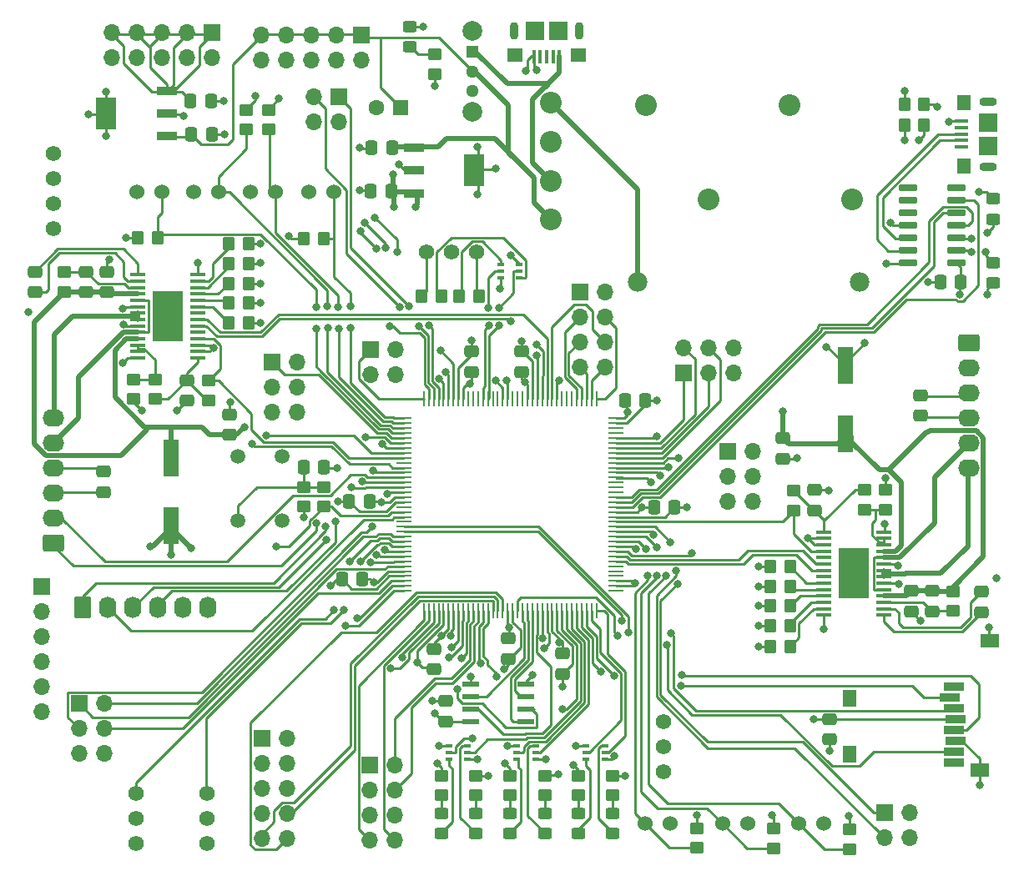
<source format=gbr>
%TF.GenerationSoftware,KiCad,Pcbnew,7.0.6*%
%TF.CreationDate,2024-03-10T14:45:18-07:00*%
%TF.ProjectId,MainBoard,4d61696e-426f-4617-9264-2e6b69636164,0.2*%
%TF.SameCoordinates,Original*%
%TF.FileFunction,Copper,L1,Top*%
%TF.FilePolarity,Positive*%
%FSLAX46Y46*%
G04 Gerber Fmt 4.6, Leading zero omitted, Abs format (unit mm)*
G04 Created by KiCad (PCBNEW 7.0.6) date 2024-03-10 14:45:18*
%MOMM*%
%LPD*%
G01*
G04 APERTURE LIST*
G04 Aperture macros list*
%AMRoundRect*
0 Rectangle with rounded corners*
0 $1 Rounding radius*
0 $2 $3 $4 $5 $6 $7 $8 $9 X,Y pos of 4 corners*
0 Add a 4 corners polygon primitive as box body*
4,1,4,$2,$3,$4,$5,$6,$7,$8,$9,$2,$3,0*
0 Add four circle primitives for the rounded corners*
1,1,$1+$1,$2,$3*
1,1,$1+$1,$4,$5*
1,1,$1+$1,$6,$7*
1,1,$1+$1,$8,$9*
0 Add four rect primitives between the rounded corners*
20,1,$1+$1,$2,$3,$4,$5,0*
20,1,$1+$1,$4,$5,$6,$7,0*
20,1,$1+$1,$6,$7,$8,$9,0*
20,1,$1+$1,$8,$9,$2,$3,0*%
G04 Aperture macros list end*
%TA.AperFunction,SMDPad,CuDef*%
%ADD10RoundRect,0.250000X0.450000X-0.325000X0.450000X0.325000X-0.450000X0.325000X-0.450000X-0.325000X0*%
%TD*%
%TA.AperFunction,ComponentPad*%
%ADD11C,1.524000*%
%TD*%
%TA.AperFunction,SMDPad,CuDef*%
%ADD12RoundRect,0.250000X-0.475000X0.337500X-0.475000X-0.337500X0.475000X-0.337500X0.475000X0.337500X0*%
%TD*%
%TA.AperFunction,SMDPad,CuDef*%
%ADD13RoundRect,0.250000X0.450000X-0.350000X0.450000X0.350000X-0.450000X0.350000X-0.450000X-0.350000X0*%
%TD*%
%TA.AperFunction,SMDPad,CuDef*%
%ADD14RoundRect,0.250000X0.337500X0.475000X-0.337500X0.475000X-0.337500X-0.475000X0.337500X-0.475000X0*%
%TD*%
%TA.AperFunction,SMDPad,CuDef*%
%ADD15RoundRect,0.250000X0.475000X-0.337500X0.475000X0.337500X-0.475000X0.337500X-0.475000X-0.337500X0*%
%TD*%
%TA.AperFunction,SMDPad,CuDef*%
%ADD16RoundRect,0.250000X-0.350000X-0.450000X0.350000X-0.450000X0.350000X0.450000X-0.350000X0.450000X0*%
%TD*%
%TA.AperFunction,ComponentPad*%
%ADD17RoundRect,0.250000X-0.845000X0.620000X-0.845000X-0.620000X0.845000X-0.620000X0.845000X0.620000X0*%
%TD*%
%TA.AperFunction,ComponentPad*%
%ADD18O,2.190000X1.740000*%
%TD*%
%TA.AperFunction,ComponentPad*%
%ADD19C,1.574800*%
%TD*%
%TA.AperFunction,ComponentPad*%
%ADD20RoundRect,0.250000X0.845000X-0.620000X0.845000X0.620000X-0.845000X0.620000X-0.845000X-0.620000X0*%
%TD*%
%TA.AperFunction,ComponentPad*%
%ADD21R,1.700000X1.700000*%
%TD*%
%TA.AperFunction,ComponentPad*%
%ADD22O,1.700000X1.700000*%
%TD*%
%TA.AperFunction,SMDPad,CuDef*%
%ADD23R,0.650000X0.400000*%
%TD*%
%TA.AperFunction,SMDPad,CuDef*%
%ADD24RoundRect,0.250000X-0.450000X0.350000X-0.450000X-0.350000X0.450000X-0.350000X0.450000X0.350000X0*%
%TD*%
%TA.AperFunction,SMDPad,CuDef*%
%ADD25RoundRect,0.250000X0.350000X0.450000X-0.350000X0.450000X-0.350000X-0.450000X0.350000X-0.450000X0*%
%TD*%
%TA.AperFunction,SMDPad,CuDef*%
%ADD26R,1.599999X0.449999*%
%TD*%
%TA.AperFunction,ComponentPad*%
%ADD27C,0.600000*%
%TD*%
%TA.AperFunction,SMDPad,CuDef*%
%ADD28R,3.099999X5.180000*%
%TD*%
%TA.AperFunction,SMDPad,CuDef*%
%ADD29RoundRect,0.090000X0.865000X0.210000X-0.865000X0.210000X-0.865000X-0.210000X0.865000X-0.210000X0*%
%TD*%
%TA.AperFunction,ComponentPad*%
%ADD30R,1.295400X1.295400*%
%TD*%
%TA.AperFunction,ComponentPad*%
%ADD31C,1.295400*%
%TD*%
%TA.AperFunction,ComponentPad*%
%ADD32C,2.000000*%
%TD*%
%TA.AperFunction,SMDPad,CuDef*%
%ADD33RoundRect,0.250000X-0.450000X0.325000X-0.450000X-0.325000X0.450000X-0.325000X0.450000X0.325000X0*%
%TD*%
%TA.AperFunction,ComponentPad*%
%ADD34RoundRect,0.250000X-0.620000X-0.845000X0.620000X-0.845000X0.620000X0.845000X-0.620000X0.845000X0*%
%TD*%
%TA.AperFunction,ComponentPad*%
%ADD35O,1.740000X2.190000*%
%TD*%
%TA.AperFunction,SMDPad,CuDef*%
%ADD36R,1.562100X0.279400*%
%TD*%
%TA.AperFunction,SMDPad,CuDef*%
%ADD37R,0.279400X1.562100*%
%TD*%
%TA.AperFunction,SMDPad,CuDef*%
%ADD38R,1.600200X3.810000*%
%TD*%
%TA.AperFunction,SMDPad,CuDef*%
%ADD39R,2.066000X0.901600*%
%TD*%
%TA.AperFunction,SMDPad,CuDef*%
%ADD40R,2.066000X3.201599*%
%TD*%
%TA.AperFunction,SMDPad,CuDef*%
%ADD41R,1.663700X0.533400*%
%TD*%
%TA.AperFunction,SMDPad,CuDef*%
%ADD42R,1.350000X0.400000*%
%TD*%
%TA.AperFunction,SMDPad,CuDef*%
%ADD43R,1.400000X1.600000*%
%TD*%
%TA.AperFunction,SMDPad,CuDef*%
%ADD44R,1.900000X1.900000*%
%TD*%
%TA.AperFunction,ComponentPad*%
%ADD45O,1.800000X0.900000*%
%TD*%
%TA.AperFunction,ComponentPad*%
%ADD46C,1.507998*%
%TD*%
%TA.AperFunction,ComponentPad*%
%ADD47C,2.209800*%
%TD*%
%TA.AperFunction,SMDPad,CuDef*%
%ADD48RoundRect,0.250000X-0.337500X-0.475000X0.337500X-0.475000X0.337500X0.475000X-0.337500X0.475000X0*%
%TD*%
%TA.AperFunction,ComponentPad*%
%ADD49R,1.600000X1.600000*%
%TD*%
%TA.AperFunction,ComponentPad*%
%ADD50C,1.600000*%
%TD*%
%TA.AperFunction,ComponentPad*%
%ADD51C,1.980000*%
%TD*%
%TA.AperFunction,SMDPad,CuDef*%
%ADD52R,0.400000X1.350000*%
%TD*%
%TA.AperFunction,SMDPad,CuDef*%
%ADD53R,1.600000X1.400000*%
%TD*%
%TA.AperFunction,ComponentPad*%
%ADD54O,0.900000X1.800000*%
%TD*%
%TA.AperFunction,SMDPad,CuDef*%
%ADD55R,1.397000X1.803400*%
%TD*%
%TA.AperFunction,SMDPad,CuDef*%
%ADD56R,1.905000X1.397000*%
%TD*%
%TA.AperFunction,SMDPad,CuDef*%
%ADD57R,2.006600X0.812800*%
%TD*%
%TA.AperFunction,ViaPad*%
%ADD58C,0.800000*%
%TD*%
%TA.AperFunction,Conductor*%
%ADD59C,0.250000*%
%TD*%
%TA.AperFunction,Conductor*%
%ADD60C,0.500000*%
%TD*%
G04 APERTURE END LIST*
D10*
%TO.P,D5,1,K*%
%TO.N,Net-(D5-K)*%
X215400000Y-165400000D03*
%TO.P,D5,2,A*%
%TO.N,Net-(D5-A)*%
X215400000Y-163350000D03*
%TD*%
D11*
%TO.P,SW8,1,A*%
%TO.N,+3.3V*%
X189060000Y-100300000D03*
%TO.P,SW8,2,B*%
%TO.N,/Bump2*%
X191600000Y-100300000D03*
%TD*%
D12*
%TO.P,C10,1*%
%TO.N,GND*%
X207700000Y-146662500D03*
%TO.P,C10,2*%
%TO.N,+3.3V*%
X207700000Y-148737500D03*
%TD*%
D13*
%TO.P,R29,1*%
%TO.N,Net-(R28-Pad2)*%
X253500000Y-132500000D03*
%TO.P,R29,2*%
%TO.N,GND*%
X253500000Y-130500000D03*
%TD*%
D14*
%TO.P,C13,1*%
%TO.N,+3.3V*%
X203337500Y-100200000D03*
%TO.P,C13,2*%
%TO.N,GND*%
X201262500Y-100200000D03*
%TD*%
%TO.P,C3,1*%
%TO.N,GND*%
X200400000Y-139550000D03*
%TO.P,C3,2*%
%TO.N,+3.3V*%
X198325000Y-139550000D03*
%TD*%
D12*
%TO.P,C36,1*%
%TO.N,GND*%
X208900000Y-151925000D03*
%TO.P,C36,2*%
%TO.N,+3.3V*%
X208900000Y-154000000D03*
%TD*%
%TO.P,C28,1*%
%TO.N,+3.3V*%
X257050000Y-120887500D03*
%TO.P,C28,2*%
%TO.N,GND*%
X257050000Y-122962500D03*
%TD*%
D15*
%TO.P,C7,1*%
%TO.N,GND*%
X216600000Y-118537500D03*
%TO.P,C7,2*%
%TO.N,+3.3V*%
X216600000Y-116462500D03*
%TD*%
D12*
%TO.P,C6,1*%
%TO.N,+3.3V*%
X211500000Y-116462500D03*
%TO.P,C6,2*%
%TO.N,GND*%
X211500000Y-118537500D03*
%TD*%
D16*
%TO.P,R33,1*%
%TO.N,+3.3V*%
X241800000Y-144300000D03*
%TO.P,R33,2*%
%TO.N,Net-(U13-I3)*%
X243800000Y-144300000D03*
%TD*%
D17*
%TO.P,U11,1,PhaseA*%
%TO.N,/IC1*%
X261925000Y-115570000D03*
D18*
%TO.P,U11,2,PhaseB*%
%TO.N,/IC2*%
X261925000Y-118110000D03*
%TO.P,U11,3,Vcc*%
%TO.N,+3.3V*%
X261925000Y-120650000D03*
%TO.P,U11,4,GND*%
%TO.N,GND*%
X261925000Y-123190000D03*
%TO.P,U11,5,M+*%
%TO.N,Net-(U11-M+)*%
X261925000Y-125730000D03*
%TO.P,U11,6,M-*%
%TO.N,Net-(U11-M-)*%
X261925000Y-128270000D03*
%TD*%
D19*
%TO.P,J15,1,Pin_1*%
%TO.N,+3.3V*%
X177450000Y-166350000D03*
%TO.P,J15,2,Pin_2*%
%TO.N,GND*%
X177450000Y-163810000D03*
%TO.P,J15,3,Pin_3*%
%TO.N,/Refl3*%
X177450000Y-161270000D03*
%TD*%
D20*
%TO.P,U12,1,PhaseA*%
%TO.N,/IC3*%
X169100000Y-135890000D03*
D18*
%TO.P,U12,2,PhaseB*%
%TO.N,/IC4*%
X169100000Y-133350000D03*
%TO.P,U12,3,Vcc*%
%TO.N,+3.3V*%
X169100000Y-130810000D03*
%TO.P,U12,4,GND*%
%TO.N,GND*%
X169100000Y-128270000D03*
%TO.P,U12,5,M+*%
%TO.N,Net-(U12-M+)*%
X169100000Y-125730000D03*
%TO.P,U12,6,M-*%
%TO.N,Net-(U12-M-)*%
X169100000Y-123190000D03*
%TD*%
D21*
%TO.P,J1,1,Pin_1*%
%TO.N,Net-(J1-Pin_1)*%
X167850000Y-140300000D03*
D22*
%TO.P,J1,2,Pin_2*%
%TO.N,+3.3V*%
X167850000Y-142840000D03*
%TO.P,J1,3,Pin_3*%
%TO.N,GND*%
X167850000Y-145380000D03*
%TO.P,J1,4,Pin_4*%
%TO.N,Net-(J1-Pin_4)*%
X167850000Y-147920000D03*
%TO.P,J1,5,Pin_5*%
%TO.N,Net-(J1-Pin_5)*%
X167850000Y-150460000D03*
%TO.P,J1,6,Pin_6*%
%TO.N,unconnected-(J1-Pin_6-Pad6)*%
X167850000Y-153000000D03*
%TD*%
D12*
%TO.P,C32,1*%
%TO.N,Vdrive*%
X243100000Y-125262500D03*
%TO.P,C32,2*%
%TO.N,GND*%
X243100000Y-127337500D03*
%TD*%
D21*
%TO.P,J18,1,Pin_1*%
%TO.N,/SDA2*%
X253360000Y-163300000D03*
D22*
%TO.P,J18,2,Pin_2*%
%TO.N,GND*%
X255900000Y-163300000D03*
%TO.P,J18,3,Pin_3*%
%TO.N,/SCL2*%
X253360000Y-165840000D03*
%TO.P,J18,4,Pin_4*%
%TO.N,GND*%
X255900000Y-165840000D03*
%TD*%
D23*
%TO.P,U6,1,S1*%
%TO.N,GND*%
X218000000Y-157800000D03*
%TO.P,U6,2,G1*%
%TO.N,/LED3*%
X218000000Y-157150000D03*
%TO.P,U6,3,D2*%
%TO.N,Net-(D4-K)*%
X218000000Y-156500000D03*
%TO.P,U6,4,S2*%
%TO.N,GND*%
X216100000Y-156500000D03*
%TO.P,U6,5,G2*%
%TO.N,/LED4*%
X216100000Y-157150000D03*
%TO.P,U6,6,D1*%
%TO.N,Net-(D5-K)*%
X216100000Y-157800000D03*
%TD*%
D13*
%TO.P,R12,1*%
%TO.N,/Switch2*%
X242100128Y-166875000D03*
%TO.P,R12,2*%
%TO.N,GND*%
X242100128Y-164875000D03*
%TD*%
D19*
%TO.P,J14,1,Pin_1*%
%TO.N,+3.3V*%
X184673800Y-166390000D03*
%TO.P,J14,2,Pin_2*%
%TO.N,GND*%
X184673800Y-163850000D03*
%TO.P,J14,3,Pin_3*%
%TO.N,/Refl2*%
X184673800Y-161310000D03*
%TD*%
%TO.P,D8,1,A1*%
%TO.N,Net-(D8-A1)*%
X211990000Y-106376200D03*
%TO.P,D8,2,K*%
%TO.N,GND*%
X209450000Y-106376200D03*
%TO.P,D8,3,A2*%
%TO.N,Net-(D8-A2)*%
X206910000Y-106376200D03*
%TD*%
D21*
%TO.P,J3,1,Pin_1*%
%TO.N,+5V*%
X200300000Y-84360000D03*
D22*
%TO.P,J3,2,Pin_2*%
%TO.N,GND*%
X200300000Y-86900000D03*
%TO.P,J3,3,Pin_3*%
%TO.N,+5V*%
X197760000Y-84360000D03*
%TO.P,J3,4,Pin_4*%
%TO.N,GND*%
X197760000Y-86900000D03*
%TO.P,J3,5,Pin_5*%
%TO.N,+5V*%
X195220000Y-84360000D03*
%TO.P,J3,6,Pin_6*%
%TO.N,GND*%
X195220000Y-86900000D03*
%TO.P,J3,7,Pin_7*%
%TO.N,+5V*%
X192680000Y-84360000D03*
%TO.P,J3,8,Pin_8*%
%TO.N,GND*%
X192680000Y-86900000D03*
%TO.P,J3,9,Pin_9*%
%TO.N,+5V*%
X190140000Y-84360000D03*
%TO.P,J3,10,Pin_10*%
%TO.N,GND*%
X190140000Y-86900000D03*
%TD*%
D12*
%TO.P,C31,1*%
%TO.N,Vdrive*%
X256131250Y-140762500D03*
%TO.P,C31,2*%
%TO.N,GND*%
X256131250Y-142837500D03*
%TD*%
D15*
%TO.P,C23,1*%
%TO.N,Vdrive*%
X174500000Y-110437500D03*
%TO.P,C23,2*%
%TO.N,GND*%
X174500000Y-108362500D03*
%TD*%
D24*
%TO.P,R28,1*%
%TO.N,Net-(U13-V3P3OUT)*%
X251400000Y-130500000D03*
%TO.P,R28,2*%
%TO.N,Net-(R28-Pad2)*%
X251400000Y-132500000D03*
%TD*%
D15*
%TO.P,C9,1*%
%TO.N,+3.3V*%
X215250000Y-147637500D03*
%TO.P,C9,2*%
%TO.N,GND*%
X215250000Y-145562500D03*
%TD*%
D25*
%TO.P,R40,1*%
%TO.N,/Bump4*%
X179650000Y-104950000D03*
%TO.P,R40,2*%
%TO.N,GND*%
X177650000Y-104950000D03*
%TD*%
D26*
%TO.P,U10,1,CP1*%
%TO.N,Net-(U10-CP1)*%
X177650001Y-108674999D03*
%TO.P,U10,2,CP2*%
%TO.N,Net-(U10-CP2)*%
X177650001Y-109325000D03*
%TO.P,U10,3,VCP*%
%TO.N,Net-(U10-VCP)*%
X177650001Y-109974999D03*
%TO.P,U10,4,VM*%
%TO.N,Vdrive*%
X177650001Y-110625000D03*
%TO.P,U10,5,OUT1*%
%TO.N,Net-(U12-M+)*%
X177650001Y-111274998D03*
%TO.P,U10,6,ISEN*%
%TO.N,/MotorCurrent1*%
X177650001Y-111925000D03*
%TO.P,U10,7,OUT2*%
%TO.N,Net-(U12-M-)*%
X177650001Y-112574998D03*
%TO.P,U10,8,OUT2*%
X177650001Y-113225000D03*
%TO.P,U10,9,ISEN*%
%TO.N,/MotorCurrent1*%
X177650001Y-113874998D03*
%TO.P,U10,10,OUT1*%
%TO.N,Net-(U12-M+)*%
X177650001Y-114525000D03*
%TO.P,U10,11,VM*%
%TO.N,Vdrive*%
X177650001Y-115174998D03*
%TO.P,U10,12,VREF*%
%TO.N,Net-(R18-Pad2)*%
X177650001Y-115824999D03*
%TO.P,U10,13,VREF*%
X177650001Y-116474998D03*
%TO.P,U10,14,GND*%
%TO.N,GND*%
X177650001Y-117124999D03*
%TO.P,U10,15,V3P3OUT*%
%TO.N,Net-(U10-V3P3OUT)*%
X183750002Y-117124999D03*
%TO.P,U10,16,RESET_N*%
%TO.N,+3.3V*%
X183750002Y-116474998D03*
%TO.P,U10,17,SLEEP_N*%
X183750002Y-115824999D03*
%TO.P,U10,18,FAULT_N*%
%TO.N,/Fault1*%
X183750002Y-115174998D03*
%TO.P,U10,19,DECAY*%
%TO.N,unconnected-(U10-DECAY-Pad19)*%
X183750002Y-114525000D03*
%TO.P,U10,20,IN2*%
%TO.N,/Dir2*%
X183750002Y-113874998D03*
%TO.P,U10,21,IN1*%
%TO.N,/OC2*%
X183750002Y-113225000D03*
%TO.P,U10,22,NC*%
%TO.N,unconnected-(U10-NC-Pad22)*%
X183750002Y-112574998D03*
%TO.P,U10,23,I0*%
%TO.N,Net-(U10-I0)*%
X183750002Y-111925000D03*
%TO.P,U10,24,I1*%
%TO.N,Net-(U10-I1)*%
X183750002Y-111274998D03*
%TO.P,U10,25,I2*%
%TO.N,Net-(U10-I2)*%
X183750002Y-110625000D03*
%TO.P,U10,26,I3*%
%TO.N,Net-(U10-I3)*%
X183750002Y-109974999D03*
%TO.P,U10,27,I4*%
%TO.N,Net-(U10-I4)*%
X183750002Y-109325000D03*
%TO.P,U10,28,GND*%
%TO.N,GND*%
X183750002Y-108674999D03*
D27*
%TO.P,U10,29,PAD*%
X179600000Y-111799999D03*
X179600000Y-112899999D03*
X179600000Y-113999999D03*
X179600000Y-115100000D03*
X179620000Y-110779999D03*
X180700000Y-110779999D03*
D28*
X180700000Y-112899999D03*
D27*
X180700000Y-115100000D03*
X180700003Y-111799999D03*
X180700003Y-112899999D03*
X180700003Y-113999999D03*
X181760000Y-110779999D03*
X181800000Y-111799999D03*
X181800000Y-112899999D03*
X181800000Y-113999999D03*
X181800000Y-115100000D03*
%TD*%
D24*
%TO.P,R5,1*%
%TO.N,+3.3V*%
X208400000Y-159500000D03*
%TO.P,R5,2*%
%TO.N,Net-(D3-A)*%
X208400000Y-161500000D03*
%TD*%
D21*
%TO.P,J21,1,Pin_1*%
%TO.N,/RH15*%
X233010000Y-118650000D03*
D22*
%TO.P,J21,2,Pin_2*%
%TO.N,/RH14*%
X233010000Y-116110000D03*
%TO.P,J21,3,Pin_3*%
%TO.N,/RH13*%
X235550000Y-118650000D03*
%TO.P,J21,4,Pin_4*%
%TO.N,/RH12*%
X235550000Y-116110000D03*
%TO.P,J21,5,Pin_5*%
%TO.N,GND*%
X238090000Y-118650000D03*
%TO.P,J21,6,Pin_6*%
X238090000Y-116110000D03*
%TD*%
D10*
%TO.P,D2,1,K*%
%TO.N,Net-(D2-K)*%
X211900000Y-165400000D03*
%TO.P,D2,2,A*%
%TO.N,Net-(D2-A)*%
X211900000Y-163350000D03*
%TD*%
D29*
%TO.P,U9,1,VDD*%
%TO.N,+3.3V*%
X260700000Y-107470000D03*
%TO.P,U9,2,GP0*%
%TO.N,Net-(D10-K)*%
X260700000Y-106200000D03*
%TO.P,U9,3,GP1*%
%TO.N,Net-(D9-K)*%
X260700000Y-104930000D03*
%TO.P,U9,4,~{RST}*%
%TO.N,/USB_RST*%
X260700000Y-103660000D03*
%TO.P,U9,5,URX*%
%TO.N,/U1TX*%
X260700000Y-102390000D03*
%TO.P,U9,6,UTX*%
%TO.N,/U1RX*%
X260700000Y-101120000D03*
%TO.P,U9,7,GP2*%
%TO.N,unconnected-(U9-GP2-Pad7)*%
X260700000Y-99850000D03*
%TO.P,U9,8,GP3*%
%TO.N,unconnected-(U9-GP3-Pad8)*%
X255780000Y-99850000D03*
%TO.P,U9,9,SDA*%
%TO.N,unconnected-(U9-SDA-Pad9)*%
X255780000Y-101120000D03*
%TO.P,U9,10,SCL*%
%TO.N,unconnected-(U9-SCL-Pad10)*%
X255780000Y-102390000D03*
%TO.P,U9,11,VUSB*%
%TO.N,+3.3V*%
X255780000Y-103660000D03*
%TO.P,U9,12,D-*%
%TO.N,Net-(J9-D-)*%
X255780000Y-104930000D03*
%TO.P,U9,13,D+*%
%TO.N,Net-(J9-D+)*%
X255780000Y-106200000D03*
%TO.P,U9,14,VSS*%
%TO.N,GND*%
X255780000Y-107470000D03*
%TD*%
D15*
%TO.P,C8,1*%
%TO.N,+3.3V*%
X220700000Y-149168750D03*
%TO.P,C8,2*%
%TO.N,GND*%
X220700000Y-147093750D03*
%TD*%
D24*
%TO.P,R35,1*%
%TO.N,Vdrive*%
X260331250Y-140800000D03*
%TO.P,R35,2*%
%TO.N,Net-(U13-VCP)*%
X260331250Y-142800000D03*
%TD*%
D25*
%TO.P,R22,1*%
%TO.N,+3.3V*%
X188850000Y-109550000D03*
%TO.P,R22,2*%
%TO.N,Net-(U10-I2)*%
X186850000Y-109550000D03*
%TD*%
D21*
%TO.P,J19,1,Pin_1*%
%TO.N,/SCK4*%
X237510000Y-126560000D03*
D22*
%TO.P,J19,2,Pin_2*%
%TO.N,/SDI4*%
X240050000Y-126560000D03*
%TO.P,J19,3,Pin_3*%
%TO.N,/SS4\u002A*%
X237510000Y-129100000D03*
%TO.P,J19,4,Pin_4*%
%TO.N,/SDO4*%
X240050000Y-129100000D03*
%TO.P,J19,5,Pin_5*%
%TO.N,GND*%
X237510000Y-131640000D03*
%TO.P,J19,6,Pin_6*%
X240050000Y-131640000D03*
%TD*%
D30*
%TO.P,SW2,1,A*%
%TO.N,Net-(J4-VBUS)*%
X211550000Y-86049999D03*
D31*
%TO.P,SW2,2,B*%
%TO.N,+5V*%
X211550000Y-88050000D03*
%TO.P,SW2,3,C*%
%TO.N,unconnected-(SW2-C-Pad3)*%
X211550000Y-90050001D03*
D32*
%TO.P,SW2,4*%
%TO.N,N/C*%
X211550000Y-83949999D03*
%TO.P,SW2,5*%
X211550000Y-92150000D03*
%TD*%
D10*
%TO.P,D3,1,K*%
%TO.N,Net-(D3-K)*%
X208400000Y-165400000D03*
%TO.P,D3,2,A*%
%TO.N,Net-(D3-A)*%
X208400000Y-163350000D03*
%TD*%
D24*
%TO.P,R6,1*%
%TO.N,+3.3V*%
X218900000Y-159500000D03*
%TO.P,R6,2*%
%TO.N,Net-(D4-A)*%
X218900000Y-161500000D03*
%TD*%
D26*
%TO.P,U13,1,CP1*%
%TO.N,Net-(U13-CP1)*%
X253349999Y-143224999D03*
%TO.P,U13,2,CP2*%
%TO.N,Net-(U13-CP2)*%
X253349999Y-142574998D03*
%TO.P,U13,3,VCP*%
%TO.N,Net-(U13-VCP)*%
X253349999Y-141924999D03*
%TO.P,U13,4,VM*%
%TO.N,Vdrive*%
X253349999Y-141274998D03*
%TO.P,U13,5,OUT1*%
%TO.N,Net-(U11-M+)*%
X253349999Y-140625000D03*
%TO.P,U13,6,ISEN*%
%TO.N,/MotorCurrent2*%
X253349999Y-139974998D03*
%TO.P,U13,7,OUT2*%
%TO.N,Net-(U11-M-)*%
X253349999Y-139325000D03*
%TO.P,U13,8,OUT2*%
X253349999Y-138674998D03*
%TO.P,U13,9,ISEN*%
%TO.N,/MotorCurrent2*%
X253349999Y-138025000D03*
%TO.P,U13,10,OUT1*%
%TO.N,Net-(U11-M+)*%
X253349999Y-137374998D03*
%TO.P,U13,11,VM*%
%TO.N,Vdrive*%
X253349999Y-136725000D03*
%TO.P,U13,12,VREF*%
%TO.N,Net-(R28-Pad2)*%
X253349999Y-136074999D03*
%TO.P,U13,13,VREF*%
X253349999Y-135425000D03*
%TO.P,U13,14,GND*%
%TO.N,GND*%
X253349999Y-134774999D03*
%TO.P,U13,15,V3P3OUT*%
%TO.N,Net-(U13-V3P3OUT)*%
X247249998Y-134774999D03*
%TO.P,U13,16,RESET_N*%
%TO.N,+3.3V*%
X247249998Y-135425000D03*
%TO.P,U13,17,SLEEP_N*%
X247249998Y-136074999D03*
%TO.P,U13,18,FAULT_N*%
%TO.N,/Fault2*%
X247249998Y-136725000D03*
%TO.P,U13,19,DECAY*%
%TO.N,unconnected-(U13-DECAY-Pad19)*%
X247249998Y-137374998D03*
%TO.P,U13,20,IN2*%
%TO.N,/Dir1*%
X247249998Y-138025000D03*
%TO.P,U13,21,IN1*%
%TO.N,/OC1*%
X247249998Y-138674998D03*
%TO.P,U13,22,NC*%
%TO.N,unconnected-(U13-NC-Pad22)*%
X247249998Y-139325000D03*
%TO.P,U13,23,I0*%
%TO.N,Net-(U13-I0)*%
X247249998Y-139974998D03*
%TO.P,U13,24,I1*%
%TO.N,Net-(U13-I1)*%
X247249998Y-140625000D03*
%TO.P,U13,25,I2*%
%TO.N,Net-(U13-I2)*%
X247249998Y-141274998D03*
%TO.P,U13,26,I3*%
%TO.N,Net-(U13-I3)*%
X247249998Y-141924999D03*
%TO.P,U13,27,I4*%
%TO.N,Net-(U13-I4)*%
X247249998Y-142574998D03*
%TO.P,U13,28,GND*%
%TO.N,GND*%
X247249998Y-143224999D03*
D27*
%TO.P,U13,29,PAD*%
X251400000Y-140099999D03*
X251400000Y-138999999D03*
X251400000Y-137899999D03*
X251400000Y-136799998D03*
X251380000Y-141119999D03*
X250300000Y-141119999D03*
D28*
X250300000Y-138999999D03*
D27*
X250300000Y-136799998D03*
X250299997Y-140099999D03*
X250299997Y-138999999D03*
X250299997Y-137899999D03*
X249240000Y-141119999D03*
X249200000Y-140099999D03*
X249200000Y-138999999D03*
X249200000Y-137899999D03*
X249200000Y-136799998D03*
%TD*%
D33*
%TO.P,D1,1,K*%
%TO.N,GND*%
X205200000Y-83475000D03*
%TO.P,D1,2,A*%
%TO.N,Net-(D1-A)*%
X205200000Y-85525000D03*
%TD*%
D15*
%TO.P,C29,1*%
%TO.N,Net-(U13-CP1)*%
X263200000Y-142937500D03*
%TO.P,C29,2*%
%TO.N,Net-(U13-CP2)*%
X263200000Y-140862500D03*
%TD*%
D23*
%TO.P,U7,1,S1*%
%TO.N,GND*%
X225000000Y-157800000D03*
%TO.P,U7,2,G1*%
%TO.N,/LED5*%
X225000000Y-157150000D03*
%TO.P,U7,3,D2*%
%TO.N,Net-(D6-K)*%
X225000000Y-156500000D03*
%TO.P,U7,4,S2*%
%TO.N,GND*%
X223100000Y-156500000D03*
%TO.P,U7,5,G2*%
%TO.N,/LED6*%
X223100000Y-157150000D03*
%TO.P,U7,6,D1*%
%TO.N,Net-(D7-K)*%
X223100000Y-157800000D03*
%TD*%
D16*
%TO.P,R30,1*%
%TO.N,+3.3V*%
X241800000Y-138300000D03*
%TO.P,R30,2*%
%TO.N,Net-(U13-I0)*%
X243800000Y-138300000D03*
%TD*%
D24*
%TO.P,R1,1*%
%TO.N,Net-(C1-Pad1)*%
X194500000Y-130200000D03*
%TO.P,R1,2*%
%TO.N,+3.3V*%
X194500000Y-132200000D03*
%TD*%
D13*
%TO.P,R25,1*%
%TO.N,Vdrive*%
X170200000Y-110400000D03*
%TO.P,R25,2*%
%TO.N,Net-(U10-VCP)*%
X170200000Y-108400000D03*
%TD*%
D34*
%TO.P,J20,1,Pin_1*%
%TO.N,/SCK2*%
X172055000Y-142450000D03*
D35*
%TO.P,J20,2,Pin_2*%
%TO.N,/SS2\u002A*%
X174595000Y-142450000D03*
%TO.P,J20,3,Pin_3*%
%TO.N,/SDO2*%
X177135000Y-142450000D03*
%TO.P,J20,4,Pin_4*%
%TO.N,/SDI2*%
X179675000Y-142450000D03*
%TO.P,J20,5,Pin_5*%
%TO.N,GND*%
X182215000Y-142450000D03*
%TO.P,J20,6,Pin_6*%
X184755000Y-142450000D03*
%TD*%
D21*
%TO.P,J8,1,Pin_1*%
%TO.N,/SCK3*%
X201160000Y-158430000D03*
D22*
%TO.P,J8,2,Pin_2*%
%TO.N,/SDO3*%
X203700000Y-158430000D03*
%TO.P,J8,3,Pin_3*%
%TO.N,/SS3\u002A*%
X201160000Y-160970000D03*
%TO.P,J8,4,Pin_4*%
%TO.N,/SDI3*%
X203700000Y-160970000D03*
%TO.P,J8,5,Pin_5*%
%TO.N,GND*%
X201160000Y-163510000D03*
%TO.P,J8,6,Pin_6*%
X203700000Y-163510000D03*
%TO.P,J8,7,Pin_7*%
%TO.N,/U4RX*%
X201160000Y-166050000D03*
%TO.P,J8,8,Pin_8*%
%TO.N,/U4TX*%
X203700000Y-166050000D03*
%TD*%
D21*
%TO.P,J2,1,Pin_1*%
%TO.N,Net-(J2-Pin_1)*%
X185140000Y-84060000D03*
D22*
%TO.P,J2,2,Pin_2*%
%TO.N,GND*%
X185140000Y-86600000D03*
%TO.P,J2,3,Pin_3*%
%TO.N,Net-(J2-Pin_1)*%
X182600000Y-84060000D03*
%TO.P,J2,4,Pin_4*%
%TO.N,GND*%
X182600000Y-86600000D03*
%TO.P,J2,5,Pin_5*%
%TO.N,Net-(J2-Pin_1)*%
X180060000Y-84060000D03*
%TO.P,J2,6,Pin_6*%
%TO.N,GND*%
X180060000Y-86600000D03*
%TO.P,J2,7,Pin_7*%
%TO.N,Net-(J2-Pin_1)*%
X177520000Y-84060000D03*
%TO.P,J2,8,Pin_8*%
%TO.N,GND*%
X177520000Y-86600000D03*
%TO.P,J2,9,Pin_9*%
%TO.N,Net-(J2-Pin_1)*%
X174980000Y-84060000D03*
%TO.P,J2,10,Pin_10*%
%TO.N,GND*%
X174980000Y-86600000D03*
%TD*%
D16*
%TO.P,R32,1*%
%TO.N,+3.3V*%
X241800000Y-142300000D03*
%TO.P,R32,2*%
%TO.N,Net-(U13-I2)*%
X243800000Y-142300000D03*
%TD*%
%TO.P,R16,1*%
%TO.N,+3.3V*%
X255400000Y-93500000D03*
%TO.P,R16,2*%
%TO.N,Net-(D10-A)*%
X257400000Y-93500000D03*
%TD*%
D24*
%TO.P,R7,1*%
%TO.N,+3.3V*%
X215400000Y-159500000D03*
%TO.P,R7,2*%
%TO.N,Net-(D5-A)*%
X215400000Y-161500000D03*
%TD*%
D21*
%TO.P,J23,1,Pin_1*%
%TO.N,/U5TX*%
X171660000Y-152150000D03*
D22*
%TO.P,J23,2,Pin_2*%
%TO.N,/U5RX*%
X174200000Y-152150000D03*
%TO.P,J23,3,Pin_3*%
%TO.N,/U6TX*%
X171660000Y-154690000D03*
%TO.P,J23,4,Pin_4*%
%TO.N,/U6RX*%
X174200000Y-154690000D03*
%TO.P,J23,5,Pin_5*%
%TO.N,GND*%
X171660000Y-157230000D03*
%TO.P,J23,6,Pin_6*%
X174200000Y-157230000D03*
%TD*%
D33*
%TO.P,D10,1,K*%
%TO.N,Net-(D10-K)*%
X264400000Y-107475000D03*
%TO.P,D10,2,A*%
%TO.N,Net-(D10-A)*%
X264400000Y-109525000D03*
%TD*%
D11*
%TO.P,SW6,1,1*%
%TO.N,+3.3V*%
X231610128Y-164351200D03*
%TO.P,SW6,2,2*%
%TO.N,/Switch1*%
X229070128Y-164351200D03*
%TD*%
D36*
%TO.P,U1,1,AN23/RG15*%
%TO.N,/Bump1*%
X204624050Y-123250000D03*
%TO.P,U1,2,EBIA5/AN34/PMA5/RA5*%
%TO.N,/Bump2*%
X204624050Y-123749999D03*
%TO.P,U1,3,EBID5/AN17/RPE5/PMD5/RE5*%
%TO.N,/Bump3*%
X204624050Y-124250000D03*
%TO.P,U1,4,EBID6/AN16/PMD6/RE6*%
%TO.N,/Bump4*%
X204624050Y-124749999D03*
%TO.P,U1,5,EBID7/AN15/PMD7/RE7*%
%TO.N,/RE7*%
X204624050Y-125250001D03*
%TO.P,U1,6,EBIA6/AN22/RPC1/PMA6/RC1*%
%TO.N,/IC3*%
X204624050Y-125750000D03*
%TO.P,U1,7,AN35/ETXD0/RJ8*%
%TO.N,/RJ8*%
X204624050Y-126249999D03*
%TO.P,U1,8,AN36/ETXD1/RJ9*%
%TO.N,/MotorCurrent1*%
X204624050Y-126750000D03*
%TO.P,U1,9,EBIBS0/RJ12*%
%TO.N,/Fault1*%
X204624050Y-127249999D03*
%TO.P,U1,10,EBIBS1/RJ10*%
%TO.N,unconnected-(U1A-EBIBS1{slash}RJ10-Pad10)*%
X204624050Y-127750001D03*
%TO.P,U1,11,EBIA12/AN21/RPC2/PMA12/RC2*%
%TO.N,/U2TX*%
X204624050Y-128250000D03*
%TO.P,U1,12,EBIWE/AN20/RPC3/PMWR/RC3*%
%TO.N,/U6TX*%
X204624050Y-128749999D03*
%TO.P,U1,13,EBIOE/AN19/RPC4/PMRD/RC4*%
%TO.N,/IC4*%
X204624050Y-129250000D03*
%TO.P,U1,14,AN14/C1IND/RPG6/SCK2/RG6*%
%TO.N,/SCK2*%
X204624050Y-129749999D03*
%TO.P,U1,15,AN13/C1INC/RPG7/SDA4/RG7*%
%TO.N,/SDI2*%
X204624050Y-130250001D03*
%TO.P,U1,16,AN12/C2IND/RPG8/SCL4/RG8*%
%TO.N,/SDO2*%
X204624050Y-130750000D03*
%TO.P,U1,17,VSS*%
%TO.N,GND*%
X204624050Y-131249999D03*
%TO.P,U1,18,VDD*%
%TO.N,+3.3V*%
X204624050Y-131750000D03*
%TO.P,U1,19,EBIA16/RK0*%
%TO.N,unconnected-(U1A-EBIA16{slash}RK0-Pad19)*%
X204624050Y-132250000D03*
%TO.P,U1,20,MCLR*%
%TO.N,Net-(J1-Pin_1)*%
X204624050Y-132749998D03*
%TO.P,U1,21,EBIA2/AN11/C2INC/RPG9/PMA2/RG9*%
%TO.N,/SS2\u002A*%
X204624050Y-133250000D03*
%TO.P,U1,22,TMS/AN24/RA0*%
%TO.N,unconnected-(U1A-TMS{slash}AN24{slash}RA0-Pad22)*%
X204624050Y-133749999D03*
%TO.P,U1,23,AN25/RPE8/RE8*%
%TO.N,/SDI6*%
X204624050Y-134250001D03*
%TO.P,U1,24,AN26/RPE9/RE9*%
%TO.N,/SDO6*%
X204624050Y-134750000D03*
%TO.P,U1,25,AN45/C1INA/RPB5/RB5*%
%TO.N,/U5RX*%
X204624050Y-135249999D03*
%TO.P,U1,26,AN4/C1INB/RB4*%
%TO.N,/Refl3*%
X204624050Y-135750000D03*
%TO.P,U1,27,AN37/ERXCLK/EREFCLK/RJ11*%
%TO.N,/Refl2*%
X204624050Y-136249999D03*
%TO.P,U1,28,EBIA13/PMA13/RJ13*%
%TO.N,/RJ13*%
X204624050Y-136750001D03*
%TO.P,U1,29,EBIA11/PMA11/RJ14*%
%TO.N,/RJ14*%
X204624050Y-137250000D03*
%TO.P,U1,30,EBIA0/PMA0/RJ15*%
%TO.N,/RJ15*%
X204624050Y-137749999D03*
%TO.P,U1,31,AN3/C2INA/RPB3/RB3*%
%TO.N,/U5TX*%
X204624050Y-138250000D03*
%TO.P,U1,32,VSS*%
%TO.N,GND*%
X204624050Y-138749999D03*
%TO.P,U1,33,VDD*%
%TO.N,+3.3V*%
X204624050Y-139250001D03*
%TO.P,U1,34,AN2/C2INB/RPB2/RB2*%
%TO.N,/U6RX*%
X204624050Y-139750000D03*
%TO.P,U1,35,PGEC1/AN1/RPB1/RB1*%
%TO.N,Net-(J1-Pin_5)*%
X204624050Y-140249999D03*
%TO.P,U1,36,PGED1/AN0/RPB0/RB0*%
%TO.N,Net-(J1-Pin_4)*%
X204624050Y-140750000D03*
D37*
%TO.P,U1,37,PGEC2/AN46/RPB6/RB6*%
%TO.N,/U4RX*%
X206650000Y-142775950D03*
%TO.P,U1,38,PGED2/AN47/RPB7/RB7*%
%TO.N,/U4TX*%
X207149999Y-142775950D03*
%TO.P,U1,39,VREF-/CVREF-/AN27/RA9*%
%TO.N,/RA9*%
X207650000Y-142775950D03*
%TO.P,U1,40,VREF+/CVREF+/AN28/RA10*%
%TO.N,/RA10*%
X208149999Y-142775950D03*
%TO.P,U1,41,AVDD*%
%TO.N,+3.3V*%
X208650001Y-142775950D03*
%TO.P,U1,42,AVSS*%
%TO.N,GND*%
X209150000Y-142775950D03*
%TO.P,U1,43,AN38/ETXD2/RH0*%
%TO.N,/RH0*%
X209649999Y-142775950D03*
%TO.P,U1,44,AN39/ETXD3/RH1*%
%TO.N,/RH1*%
X210150000Y-142775950D03*
%TO.P,U1,45,EBIRP/RH2*%
%TO.N,/RH2*%
X210649999Y-142775950D03*
%TO.P,U1,46,RH3*%
%TO.N,/RH3*%
X211150001Y-142775950D03*
%TO.P,U1,47,EBIA10/AN48/RPB8/PMA10/RB8*%
%TO.N,/SDO3*%
X211650000Y-142775950D03*
%TO.P,U1,48,EBIA7/AN49/RPB9/PMA7/RB9*%
%TO.N,/SDI3*%
X212149999Y-142775950D03*
%TO.P,U1,49,CVREFOUT/AN5/RPB10/RB10*%
%TO.N,/RB10*%
X212650000Y-142775950D03*
%TO.P,U1,50,AN6/RB11*%
%TO.N,/Refl1*%
X213149999Y-142775950D03*
%TO.P,U1,51,EBIA1/PMA1/RK1*%
%TO.N,/RK1*%
X213650001Y-142775950D03*
%TO.P,U1,52,EBIA3/PMA3/RK2*%
%TO.N,/RK2*%
X214150000Y-142775950D03*
%TO.P,U1,53,EBIA17/RK3*%
%TO.N,/RK3*%
X214649999Y-142775950D03*
%TO.P,U1,54,VSS*%
%TO.N,GND*%
X215150000Y-142775950D03*
%TO.P,U1,55,VDD*%
%TO.N,+3.3V*%
X215650000Y-142775950D03*
%TO.P,U1,56,TCK/AN29/RA1*%
%TO.N,/MotorCurrent2*%
X216150001Y-142775950D03*
%TO.P,U1,57,TDI/AN30/RPF13/SCK5/RF13*%
%TO.N,/SCK5*%
X216650000Y-142775950D03*
%TO.P,U1,58,TDO/AN31/RPF12/RF12*%
%TO.N,/SS5\u002A*%
X217149999Y-142775950D03*
%TO.P,U1,59,AN7/RB12*%
%TO.N,/Write Protect\u002A*%
X217650001Y-142775950D03*
%TO.P,U1,60,AN8/RB13*%
%TO.N,/Hold\u002A*%
X218150000Y-142775950D03*
%TO.P,U1,61,AN9/RPB14/SCK3/RB14*%
%TO.N,/SCK3*%
X218650001Y-142775950D03*
%TO.P,U1,62,AN10/RPB15/OCFB/RB15*%
%TO.N,/SS3\u002A*%
X219150000Y-142775950D03*
%TO.P,U1,63,VSS*%
%TO.N,GND*%
X219649999Y-142775950D03*
%TO.P,U1,64,VDD*%
%TO.N,+3.3V*%
X220150001Y-142775950D03*
%TO.P,U1,65,AN40/ERXERR/RH4*%
%TO.N,/LED2*%
X220650000Y-142775950D03*
%TO.P,U1,66,AN41/ERXD1/RH5*%
%TO.N,/LED1*%
X221150001Y-142775950D03*
%TO.P,U1,67,AN42/ERXD2/RH6*%
%TO.N,/LED4*%
X221650000Y-142775950D03*
%TO.P,U1,68,EBIA4/PMA4/RH7*%
%TO.N,/LED3*%
X222149999Y-142775950D03*
%TO.P,U1,69,AN32/RPD14/RD14*%
%TO.N,/SS6\u002A*%
X222650001Y-142775950D03*
%TO.P,U1,70,AN33/RPD15/SCK6/RD15*%
%TO.N,/SCK6*%
X223150000Y-142775950D03*
%TO.P,U1,71,OSC1/CLKI/RC12*%
%TO.N,/LED6*%
X223650001Y-142775950D03*
%TO.P,U1,72,OSC2/CLKO/RC15*%
%TO.N,/LED5*%
X224150000Y-142775950D03*
D36*
%TO.P,U1,73,VBUS*%
%TO.N,unconnected-(U1B-VBUS-Pad73)*%
X226175950Y-140750000D03*
%TO.P,U1,74,VUSB3V3*%
%TO.N,GND*%
X226175950Y-140250001D03*
%TO.P,U1,75,VSS*%
X226175950Y-139750000D03*
%TO.P,U1,76,D-*%
%TO.N,unconnected-(U1B-D--Pad76)*%
X226175950Y-139250001D03*
%TO.P,U1,77,D+*%
%TO.N,unconnected-(U1B-D+-Pad77)*%
X226175950Y-138749999D03*
%TO.P,U1,78,RPF3/USBID/RF3*%
%TO.N,unconnected-(U1B-RPF3{slash}USBID{slash}RF3-Pad78)*%
X226175950Y-138250000D03*
%TO.P,U1,79,SDA3/RPF2/RF2*%
%TO.N,/OC1*%
X226175950Y-137750001D03*
%TO.P,U1,80,SCL3/RPF8/RF8*%
%TO.N,/Dir1*%
X226175950Y-137250000D03*
%TO.P,U1,81,ERXD0/RH8*%
%TO.N,/IC2*%
X226175950Y-136750001D03*
%TO.P,U1,82,ERXD3/RH9*%
%TO.N,/Switch1*%
X226175950Y-136249999D03*
%TO.P,U1,83,ECOL/RH10*%
%TO.N,/Switch2*%
X226175950Y-135750000D03*
%TO.P,U1,84,EBIRDY2/RH11*%
%TO.N,/Switch3*%
X226175950Y-135250001D03*
%TO.P,U1,85,SCL2/RA2*%
%TO.N,/SCL2*%
X226175950Y-134750000D03*
%TO.P,U1,86,EBIRDY1/SDA2/RA3*%
%TO.N,/SDA2*%
X226175950Y-134250001D03*
%TO.P,U1,87,EBIA14/PMCS1/PMA14/RA4*%
%TO.N,/Fault2*%
X226175950Y-133749999D03*
%TO.P,U1,88,VDD*%
%TO.N,+3.3V*%
X226175950Y-133250000D03*
%TO.P,U1,89,VSS*%
%TO.N,GND*%
X226175950Y-132750001D03*
%TO.P,U1,90,EBIA9/RPF4/SDA5/PMA9/RF4*%
%TO.N,/U1RX*%
X226175950Y-132250000D03*
%TO.P,U1,91,EBIA8/RPF5/SCL5/PMA8/RF5*%
%TO.N,/U1TX*%
X226175950Y-131750000D03*
%TO.P,U1,92,EBIA18/RK4*%
%TO.N,/USB_RST*%
X226175950Y-131249999D03*
%TO.P,U1,93,EBIA19/RK5*%
%TO.N,unconnected-(U1B-EBIA19{slash}RK5-Pad93)*%
X226175950Y-130750000D03*
%TO.P,U1,94,EBIA20/RK6*%
%TO.N,unconnected-(U1B-EBIA20{slash}RK6-Pad94)*%
X226175950Y-130250001D03*
%TO.P,U1,95,RPA14/SCL1/RA14*%
%TO.N,unconnected-(U1B-RPA14{slash}SCL1{slash}RA14-Pad95)*%
X226175950Y-129749999D03*
%TO.P,U1,96,RPA15/SDA1/RA15*%
%TO.N,/SDO4*%
X226175950Y-129250000D03*
%TO.P,U1,97,EBIA15/RPD9/PMCS2/PMA15/RD9*%
%TO.N,/SS4\u002A*%
X226175950Y-128749999D03*
%TO.P,U1,98,RPD10/SCK4/RD10*%
%TO.N,/SCK4*%
X226175950Y-128250000D03*
%TO.P,U1,99,EMDC/RPD11/RD11*%
%TO.N,/SDI4*%
X226175950Y-127750001D03*
%TO.P,U1,100,ECRS/RH12*%
%TO.N,/RH12*%
X226175950Y-127249999D03*
%TO.P,U1,101,ERXDV/ECRSDV/RH13*%
%TO.N,/RH13*%
X226175950Y-126750000D03*
%TO.P,U1,102,RH14*%
%TO.N,/RH14*%
X226175950Y-126249999D03*
%TO.P,U1,103,EBIA23/RH15*%
%TO.N,/RH15*%
X226175950Y-125750000D03*
%TO.P,U1,104,RPD0/RTCC/INT0/RD0*%
%TO.N,/IC1*%
X226175950Y-125250001D03*
%TO.P,U1,105,SOSCI/RPC13/RC13*%
%TO.N,unconnected-(U1B-SOSCI{slash}RPC13{slash}RC13-Pad105)*%
X226175950Y-124749999D03*
%TO.P,U1,106,SOSCO/RPC14/T1CK/RC14*%
%TO.N,unconnected-(U1B-SOSCO{slash}RPC14{slash}T1CK{slash}RC14-Pad106)*%
X226175950Y-124250000D03*
%TO.P,U1,107,VDD*%
%TO.N,+3.3V*%
X226175950Y-123749999D03*
%TO.P,U1,108,VSS*%
%TO.N,GND*%
X226175950Y-123250000D03*
D37*
%TO.P,U1,109,RPD1/SCK1/RD1*%
%TO.N,/SCK1*%
X224150000Y-121224050D03*
%TO.P,U1,110,EBID14/RPD2/PMD14/RD2*%
%TO.N,/SDI1*%
X223650001Y-121224050D03*
%TO.P,U1,111,EBID15/RPD3/PMD15/RD3*%
%TO.N,/SDO1*%
X223150000Y-121224050D03*
%TO.P,U1,112,EBID12/RPD12/PMD12/RD12*%
%TO.N,/IMU_INT1*%
X222650001Y-121224050D03*
%TO.P,U1,113,EBID13/PMD13/RD13*%
%TO.N,/IMU_INT2*%
X222149999Y-121224050D03*
%TO.P,U1,114,ETXERR/RJ0*%
%TO.N,unconnected-(U1B-ETXERR{slash}RJ0-Pad114)*%
X221650000Y-121224050D03*
%TO.P,U1,115,EMDIO/RJ1*%
%TO.N,unconnected-(U1B-EMDIO{slash}RJ1-Pad115)*%
X221150001Y-121224050D03*
%TO.P,U1,116,EBIRDY3/RJ2*%
%TO.N,unconnected-(U1B-EBIRDY3{slash}RJ2-Pad116)*%
X220650000Y-121224050D03*
%TO.P,U1,117,EBIA22/RJ3*%
%TO.N,/Dir2*%
X220150001Y-121224050D03*
%TO.P,U1,118,SQICS0/RPD4/RD4*%
%TO.N,/SS1\u002A*%
X219649999Y-121224050D03*
%TO.P,U1,119,SQICS1/RPD5/RD5*%
%TO.N,/OC2*%
X219150000Y-121224050D03*
%TO.P,U1,120,ETXEN/RPD6/RD6*%
%TO.N,/U3TX*%
X218650001Y-121224050D03*
%TO.P,U1,121,ETXCLK/RPD7/RD7*%
%TO.N,/U3RX*%
X218150000Y-121224050D03*
%TO.P,U1,122,VDD*%
%TO.N,+3.3V*%
X217650001Y-121224050D03*
%TO.P,U1,123,VSS*%
%TO.N,GND*%
X217149999Y-121224050D03*
%TO.P,U1,124,EBID11/RPF0/PMD11/RF0*%
%TO.N,unconnected-(U1B-EBID11{slash}RPF0{slash}PMD11{slash}RF0-Pad124)*%
X216650000Y-121224050D03*
%TO.P,U1,125,EBID10/RPF1/PMD10/RF1*%
%TO.N,unconnected-(U1B-EBID10{slash}RPF1{slash}PMD10{slash}RF1-Pad125)*%
X216150001Y-121224050D03*
%TO.P,U1,126,EBIA21/RK7*%
%TO.N,unconnected-(U1B-EBIA21{slash}RK7-Pad126)*%
X215650000Y-121224050D03*
%TO.P,U1,127,EBID9/RPG1/PMD9/RG1*%
%TO.N,/SDI5*%
X215150000Y-121224050D03*
%TO.P,U1,128,EBID8/RPG0/PMD8/RG0*%
%TO.N,/SDO5*%
X214649999Y-121224050D03*
%TO.P,U1,129,TRCLK/SQICLK/RA6*%
%TO.N,unconnected-(U1B-TRCLK{slash}SQICLK{slash}RA6-Pad129)*%
X214150000Y-121224050D03*
%TO.P,U1,130,TRD3/SQID3/RA7*%
%TO.N,unconnected-(U1B-TRD3{slash}SQID3{slash}RA7-Pad130)*%
X213650001Y-121224050D03*
%TO.P,U1,131,EBICS0/RJ4*%
%TO.N,/Status_Yellow*%
X213149999Y-121224050D03*
%TO.P,U1,132,EBICS1/RJ5*%
%TO.N,/Status_Green*%
X212650000Y-121224050D03*
%TO.P,U1,133,EBICS2/RJ6*%
%TO.N,unconnected-(U1B-EBICS2{slash}RJ6-Pad133)*%
X212149999Y-121224050D03*
%TO.P,U1,134,EBICS3/RJ7*%
%TO.N,unconnected-(U1B-EBICS3{slash}RJ7-Pad134)*%
X211650000Y-121224050D03*
%TO.P,U1,135,EBID0/PMD0/RE0*%
%TO.N,unconnected-(U1B-EBID0{slash}PMD0{slash}RE0-Pad135)*%
X211150001Y-121224050D03*
%TO.P,U1,136,VSS*%
%TO.N,GND*%
X210649999Y-121224050D03*
%TO.P,U1,137,VDD*%
%TO.N,+3.3V*%
X210150000Y-121224050D03*
%TO.P,U1,138,EBID1/PMD1/RE1*%
%TO.N,/RE1*%
X209649999Y-121224050D03*
%TO.P,U1,139,TRD2/SQID2/RG14*%
%TO.N,/RG14*%
X209150000Y-121224050D03*
%TO.P,U1,140,TRD1/SQID1/RG12*%
%TO.N,/RG12*%
X208650001Y-121224050D03*
%TO.P,U1,141,TRD0/SQID0/RG13*%
%TO.N,/GPS_INT*%
X208149999Y-121224050D03*
%TO.P,U1,142,EBID2/PMD2/RE2*%
%TO.N,/GPS_Reset*%
X207650000Y-121224050D03*
%TO.P,U1,143,EBID3/RPE3/PMD3/RE3*%
%TO.N,/U2RX*%
X207149999Y-121224050D03*
%TO.P,U1,144,EBID4/AN18/PMD4/RE4*%
%TO.N,/RE4*%
X206650000Y-121224050D03*
%TD*%
D16*
%TO.P,R31,1*%
%TO.N,+3.3V*%
X241800000Y-140300000D03*
%TO.P,R31,2*%
%TO.N,Net-(U13-I1)*%
X243800000Y-140300000D03*
%TD*%
D24*
%TO.P,R17,1*%
%TO.N,/Fault1*%
X184800000Y-119400000D03*
%TO.P,R17,2*%
%TO.N,Net-(U10-V3P3OUT)*%
X184800000Y-121400000D03*
%TD*%
D23*
%TO.P,U5,1,S1*%
%TO.N,GND*%
X211100000Y-157800000D03*
%TO.P,U5,2,G1*%
%TO.N,/LED1*%
X211100000Y-157150000D03*
%TO.P,U5,3,D2*%
%TO.N,Net-(D2-K)*%
X211100000Y-156500000D03*
%TO.P,U5,4,S2*%
%TO.N,GND*%
X209200000Y-156500000D03*
%TO.P,U5,5,G2*%
%TO.N,/LED2*%
X209200000Y-157150000D03*
%TO.P,U5,6,D1*%
%TO.N,Net-(D3-K)*%
X209200000Y-157800000D03*
%TD*%
D38*
%TO.P,C33,1*%
%TO.N,Vdrive*%
X249400000Y-124800000D03*
%TO.P,C33,2*%
%TO.N,GND*%
X249400000Y-117891200D03*
%TD*%
D25*
%TO.P,R37,1*%
%TO.N,/Bump1*%
X196500000Y-105000000D03*
%TO.P,R37,2*%
%TO.N,GND*%
X194500000Y-105000000D03*
%TD*%
D39*
%TO.P,U2,1,VIN*%
%TO.N,+5V*%
X205624200Y-95800000D03*
%TO.P,U2,2,GND*%
%TO.N,GND*%
X205624200Y-98100000D03*
%TO.P,U2,3,VOUT*%
%TO.N,+3.3V*%
X205624200Y-100400000D03*
D40*
%TO.P,U2,4,GND*%
%TO.N,GND*%
X211775800Y-98100000D03*
%TD*%
D41*
%TO.P,U15,1,\u002AS*%
%TO.N,/SS5\u002A*%
X217025750Y-154005000D03*
%TO.P,U15,2,Q*%
%TO.N,/SDI5*%
X217025750Y-152735000D03*
%TO.P,U15,3,\u002AW*%
%TO.N,/Write Protect\u002A*%
X217025750Y-151465000D03*
%TO.P,U15,4,VSS*%
%TO.N,GND*%
X217025750Y-150195000D03*
%TO.P,U15,5,D*%
%TO.N,/SDO5*%
X211374250Y-150195000D03*
%TO.P,U15,6,C*%
%TO.N,/SCK5*%
X211374250Y-151465000D03*
%TO.P,U15,7,\u002AHOLD*%
%TO.N,/Hold\u002A*%
X211374250Y-152735000D03*
%TO.P,U15,8,VCC*%
%TO.N,+3.3V*%
X211374250Y-154005000D03*
%TD*%
D42*
%TO.P,J9,1,VBUS*%
%TO.N,unconnected-(J9-VBUS-Pad1)*%
X261225000Y-95700000D03*
%TO.P,J9,2,D-*%
%TO.N,Net-(J9-D-)*%
X261225000Y-95050000D03*
%TO.P,J9,3,D+*%
%TO.N,Net-(J9-D+)*%
X261225000Y-94400000D03*
%TO.P,J9,4,ID*%
%TO.N,unconnected-(J9-ID-Pad4)*%
X261225000Y-93750000D03*
%TO.P,J9,5,GND*%
%TO.N,GND*%
X261225000Y-93100000D03*
D43*
%TO.P,J9,S1*%
%TO.N,N/C*%
X261450000Y-97600000D03*
%TO.P,J9,S2*%
X261450000Y-91200000D03*
D44*
%TO.P,J9,S3*%
X263900000Y-93200000D03*
%TO.P,J9,S4*%
X263900000Y-95600000D03*
D45*
%TO.P,J9,S5*%
X263900000Y-97700000D03*
%TO.P,J9,S6*%
X263900000Y-91100000D03*
%TD*%
D14*
%TO.P,C4,1*%
%TO.N,GND*%
X201137500Y-131650000D03*
%TO.P,C4,2*%
%TO.N,+3.3V*%
X199062500Y-131650000D03*
%TD*%
D13*
%TO.P,R39,1*%
%TO.N,/Bump3*%
X188650000Y-93950000D03*
%TO.P,R39,2*%
%TO.N,GND*%
X188650000Y-91950000D03*
%TD*%
%TO.P,R13,1*%
%TO.N,/Switch3*%
X249840128Y-166975000D03*
%TO.P,R13,2*%
%TO.N,GND*%
X249840128Y-164975000D03*
%TD*%
%TO.P,R38,1*%
%TO.N,/Bump2*%
X190900000Y-93950000D03*
%TO.P,R38,2*%
%TO.N,GND*%
X190900000Y-91950000D03*
%TD*%
D15*
%TO.P,C22,1*%
%TO.N,Vdrive*%
X172400000Y-110437500D03*
%TO.P,C22,2*%
%TO.N,Net-(U10-VCP)*%
X172400000Y-108362500D03*
%TD*%
D10*
%TO.P,D4,1,K*%
%TO.N,Net-(D4-K)*%
X218900000Y-165400000D03*
%TO.P,D4,2,A*%
%TO.N,Net-(D4-A)*%
X218900000Y-163350000D03*
%TD*%
D11*
%TO.P,SW10,1,A*%
%TO.N,+3.3V*%
X177510000Y-100300000D03*
%TO.P,SW10,2,B*%
%TO.N,/Bump4*%
X180050000Y-100300000D03*
%TD*%
%TO.P,SW4,1,1*%
%TO.N,+3.3V*%
X239490128Y-164375000D03*
%TO.P,SW4,2,2*%
%TO.N,/Switch2*%
X236950128Y-164375000D03*
%TD*%
%TO.P,SW5,1,1*%
%TO.N,+3.3V*%
X247230128Y-164375000D03*
%TO.P,SW5,2,2*%
%TO.N,/Switch3*%
X244690128Y-164375000D03*
%TD*%
D21*
%TO.P,J25,1,Pin_1*%
%TO.N,/RE4*%
X201250000Y-116275000D03*
D22*
%TO.P,J25,2,Pin_2*%
%TO.N,/RE1*%
X203790000Y-116275000D03*
%TO.P,J25,3,Pin_3*%
%TO.N,/RG12*%
X201250000Y-118815000D03*
%TO.P,J25,4,Pin_4*%
%TO.N,/RG14*%
X203790000Y-118815000D03*
%TD*%
D13*
%TO.P,R14,1*%
%TO.N,/Switch1*%
X234310128Y-166851200D03*
%TO.P,R14,2*%
%TO.N,GND*%
X234310128Y-164851200D03*
%TD*%
D12*
%TO.P,C20,1*%
%TO.N,Net-(U10-V3P3OUT)*%
X182600000Y-119362500D03*
%TO.P,C20,2*%
%TO.N,GND*%
X182600000Y-121437500D03*
%TD*%
D46*
%TO.P,SW1,1*%
%TO.N,GND*%
X192300001Y-127099998D03*
%TO.P,SW1,2*%
%TO.N,N/C*%
X192300001Y-133600000D03*
%TO.P,SW1,3*%
X187800000Y-127099998D03*
%TO.P,SW1,4*%
%TO.N,Net-(C1-Pad1)*%
X187800000Y-133600000D03*
%TD*%
D21*
%TO.P,J26,1,Pin_1*%
%TO.N,+3.3V*%
X222460000Y-110400000D03*
D22*
%TO.P,J26,2,Pin_2*%
%TO.N,GND*%
X225000000Y-110400000D03*
%TO.P,J26,3,Pin_3*%
%TO.N,/IMU_INT2*%
X222460000Y-112940000D03*
%TO.P,J26,4,Pin_4*%
%TO.N,/SCK1*%
X225000000Y-112940000D03*
%TO.P,J26,5,Pin_5*%
%TO.N,/IMU_INT1*%
X222460000Y-115480000D03*
%TO.P,J26,6,Pin_6*%
%TO.N,/SS1\u002A*%
X225000000Y-115480000D03*
%TO.P,J26,7,Pin_7*%
%TO.N,/SDO1*%
X222460000Y-118020000D03*
%TO.P,J26,8,Pin_8*%
%TO.N,/SDI1*%
X225000000Y-118020000D03*
%TD*%
D13*
%TO.P,R3,1*%
%TO.N,+3.3V*%
X207800000Y-88300000D03*
%TO.P,R3,2*%
%TO.N,Net-(D1-A)*%
X207800000Y-86300000D03*
%TD*%
D15*
%TO.P,C24,1*%
%TO.N,Vdrive*%
X186900000Y-124937500D03*
%TO.P,C24,2*%
%TO.N,GND*%
X186900000Y-122862500D03*
%TD*%
D25*
%TO.P,R20,1*%
%TO.N,+3.3V*%
X188850000Y-113550000D03*
%TO.P,R20,2*%
%TO.N,Net-(U10-I0)*%
X186850000Y-113550000D03*
%TD*%
D14*
%TO.P,C5,1*%
%TO.N,+3.3V*%
X229137500Y-121400000D03*
%TO.P,C5,2*%
%TO.N,GND*%
X227062500Y-121400000D03*
%TD*%
D13*
%TO.P,R27,1*%
%TO.N,/Fault2*%
X244200000Y-132600000D03*
%TO.P,R27,2*%
%TO.N,Net-(U13-V3P3OUT)*%
X244200000Y-130600000D03*
%TD*%
D23*
%TO.P,U8,1,S1*%
%TO.N,Net-(U8-S1)*%
X214450000Y-107650000D03*
%TO.P,U8,2,G1*%
%TO.N,/Status_Green*%
X214450000Y-108300000D03*
%TO.P,U8,3,D2*%
%TO.N,+3.3V*%
X214450000Y-108950000D03*
%TO.P,U8,4,S2*%
%TO.N,Net-(U8-S2)*%
X216350000Y-108950000D03*
%TO.P,U8,5,G2*%
%TO.N,/Status_Yellow*%
X216350000Y-108300000D03*
%TO.P,U8,6,D1*%
%TO.N,+3.3V*%
X216350000Y-107650000D03*
%TD*%
D47*
%TO.P,SW3,1,1*%
%TO.N,+5V*%
X219500000Y-103087200D03*
%TO.P,SW3,2,2*%
%TO.N,Net-(J4-VBUS)*%
X219500000Y-99124800D03*
%TO.P,SW3,3,3*%
%TO.N,Vdrive*%
X219500000Y-95162400D03*
%TO.P,SW3,4,4*%
%TO.N,Net-(F1-Pad1)*%
X219500000Y-91200000D03*
%TD*%
D13*
%TO.P,R18,1*%
%TO.N,Net-(U10-V3P3OUT)*%
X179400000Y-121300000D03*
%TO.P,R18,2*%
%TO.N,Net-(R18-Pad2)*%
X179400000Y-119300000D03*
%TD*%
D10*
%TO.P,D6,1,K*%
%TO.N,Net-(D6-K)*%
X225800000Y-165400000D03*
%TO.P,D6,2,A*%
%TO.N,Net-(D6-A)*%
X225800000Y-163350000D03*
%TD*%
D48*
%TO.P,C1,1*%
%TO.N,Net-(C1-Pad1)*%
X194462500Y-128200000D03*
%TO.P,C1,2*%
%TO.N,GND*%
X196537500Y-128200000D03*
%TD*%
D49*
%TO.P,C15,1*%
%TO.N,+5V*%
X204305113Y-91700000D03*
D50*
%TO.P,C15,2*%
%TO.N,GND*%
X201805113Y-91700000D03*
%TD*%
D48*
%TO.P,C14,1*%
%TO.N,Net-(J2-Pin_1)*%
X182962500Y-91000000D03*
%TO.P,C14,2*%
%TO.N,GND*%
X185037500Y-91000000D03*
%TD*%
D10*
%TO.P,D7,1,K*%
%TO.N,Net-(D7-K)*%
X222300000Y-165400000D03*
%TO.P,D7,2,A*%
%TO.N,Net-(D7-A)*%
X222300000Y-163350000D03*
%TD*%
D24*
%TO.P,R4,1*%
%TO.N,+3.3V*%
X211900000Y-159500000D03*
%TO.P,R4,2*%
%TO.N,Net-(D2-A)*%
X211900000Y-161500000D03*
%TD*%
D16*
%TO.P,R11,1*%
%TO.N,Net-(D8-A2)*%
X206410000Y-110876200D03*
%TO.P,R11,2*%
%TO.N,Net-(U8-S2)*%
X208410000Y-110876200D03*
%TD*%
D15*
%TO.P,C30,1*%
%TO.N,Net-(U13-VCP)*%
X258231250Y-142837500D03*
%TO.P,C30,2*%
%TO.N,Vdrive*%
X258231250Y-140762500D03*
%TD*%
D13*
%TO.P,R2,1*%
%TO.N,Net-(J1-Pin_1)*%
X196500000Y-132200000D03*
%TO.P,R2,2*%
%TO.N,Net-(C1-Pad1)*%
X196500000Y-130200000D03*
%TD*%
D39*
%TO.P,U3,1,VIN*%
%TO.N,+5V*%
X180575800Y-94628500D03*
%TO.P,U3,2,GND*%
%TO.N,GND*%
X180575800Y-92328500D03*
%TO.P,U3,3,VOUT*%
%TO.N,Net-(J2-Pin_1)*%
X180575800Y-90028500D03*
D40*
%TO.P,U3,4,GND*%
%TO.N,GND*%
X174424200Y-92328500D03*
%TD*%
D48*
%TO.P,C12,1*%
%TO.N,+5V*%
X183062500Y-94400000D03*
%TO.P,C12,2*%
%TO.N,GND*%
X185137500Y-94400000D03*
%TD*%
D51*
%TO.P,F1,1*%
%TO.N,Net-(F1-Pad1)*%
X228350000Y-109400000D03*
%TO.P,F1,2*%
%TO.N,Net-(J5-Pin_1)*%
X250850000Y-109400000D03*
%TD*%
D16*
%TO.P,R34,1*%
%TO.N,+3.3V*%
X241800000Y-146400000D03*
%TO.P,R34,2*%
%TO.N,Net-(U13-I4)*%
X243800000Y-146400000D03*
%TD*%
D24*
%TO.P,R8,1*%
%TO.N,+3.3V*%
X225800000Y-159500000D03*
%TO.P,R8,2*%
%TO.N,Net-(D6-A)*%
X225800000Y-161500000D03*
%TD*%
D19*
%TO.P,J13,1,Pin_1*%
%TO.N,+3.3V*%
X230973800Y-159140000D03*
%TO.P,J13,2,Pin_2*%
%TO.N,GND*%
X230973800Y-156600000D03*
%TO.P,J13,3,Pin_3*%
%TO.N,/Refl1*%
X230973800Y-154060000D03*
%TD*%
D11*
%TO.P,SW9,1,A*%
%TO.N,+3.3V*%
X183310000Y-100300000D03*
%TO.P,SW9,2,B*%
%TO.N,/Bump3*%
X185850000Y-100300000D03*
%TD*%
D15*
%TO.P,C35,1*%
%TO.N,GND*%
X247800000Y-155837500D03*
%TO.P,C35,2*%
%TO.N,+3.3V*%
X247800000Y-153762500D03*
%TD*%
D14*
%TO.P,C19,1*%
%TO.N,+3.3V*%
X261137500Y-109400000D03*
%TO.P,C19,2*%
%TO.N,GND*%
X259062500Y-109400000D03*
%TD*%
D47*
%TO.P,J6,1,Pin_1*%
%TO.N,Net-(J5-Pin_2)*%
X235500000Y-101000000D03*
%TO.P,J6,2,Pin_2*%
%TO.N,GND*%
X229150000Y-91500001D03*
%TD*%
D11*
%TO.P,SW7,1,A*%
%TO.N,+3.3V*%
X195000000Y-100300000D03*
%TO.P,SW7,2,B*%
%TO.N,/Bump1*%
X197540000Y-100300000D03*
%TD*%
D15*
%TO.P,C27,1*%
%TO.N,+3.3V*%
X174150000Y-130707500D03*
%TO.P,C27,2*%
%TO.N,GND*%
X174150000Y-128632500D03*
%TD*%
D16*
%TO.P,R15,1*%
%TO.N,+3.3V*%
X255400000Y-91400000D03*
%TO.P,R15,2*%
%TO.N,Net-(D9-A)*%
X257400000Y-91400000D03*
%TD*%
D12*
%TO.P,C21,1*%
%TO.N,Net-(U10-CP1)*%
X167200000Y-108362500D03*
%TO.P,C21,2*%
%TO.N,Net-(U10-CP2)*%
X167200000Y-110437500D03*
%TD*%
D25*
%TO.P,R10,1*%
%TO.N,Net-(D8-A1)*%
X212210000Y-110876200D03*
%TO.P,R10,2*%
%TO.N,Net-(U8-S1)*%
X210210000Y-110876200D03*
%TD*%
D10*
%TO.P,D9,1,K*%
%TO.N,Net-(D9-K)*%
X264400000Y-103025000D03*
%TO.P,D9,2,A*%
%TO.N,Net-(D9-A)*%
X264400000Y-100975000D03*
%TD*%
D52*
%TO.P,J4,1,VBUS*%
%TO.N,Net-(J4-VBUS)*%
X220400000Y-86575000D03*
%TO.P,J4,2,D-*%
%TO.N,unconnected-(J4-D--Pad2)*%
X219750000Y-86575000D03*
%TO.P,J4,3,D+*%
%TO.N,unconnected-(J4-D+-Pad3)*%
X219100000Y-86575000D03*
%TO.P,J4,4,ID*%
%TO.N,unconnected-(J4-ID-Pad4)*%
X218450000Y-86575000D03*
%TO.P,J4,5,GND*%
%TO.N,GND*%
X217800000Y-86575000D03*
D53*
%TO.P,J4,S1*%
%TO.N,N/C*%
X222300000Y-86350000D03*
%TO.P,J4,S2*%
X215900000Y-86350000D03*
D44*
%TO.P,J4,S3*%
X217900000Y-83900000D03*
%TO.P,J4,S4*%
X220300000Y-83900000D03*
D54*
%TO.P,J4,S5*%
X222400000Y-83900000D03*
%TO.P,J4,S6*%
X215800000Y-83900000D03*
%TD*%
D25*
%TO.P,R23,1*%
%TO.N,+3.3V*%
X188850000Y-107550000D03*
%TO.P,R23,2*%
%TO.N,Net-(U10-I3)*%
X186850000Y-107550000D03*
%TD*%
D19*
%TO.P,J24,1,Pin_1*%
%TO.N,/U2TX*%
X169100000Y-104000000D03*
%TO.P,J24,2,Pin_2*%
%TO.N,/U2RX*%
X169100000Y-101460000D03*
%TO.P,J24,3,Pin_3*%
%TO.N,/GPS_Reset*%
X169100000Y-98920000D03*
%TO.P,J24,4,Pin_4*%
%TO.N,/GPS_INT*%
X169100000Y-96380000D03*
%TD*%
D14*
%TO.P,C2,1*%
%TO.N,+3.3V*%
X232087500Y-132250000D03*
%TO.P,C2,2*%
%TO.N,GND*%
X230012500Y-132250000D03*
%TD*%
D25*
%TO.P,R24,1*%
%TO.N,+3.3V*%
X188850000Y-105550000D03*
%TO.P,R24,2*%
%TO.N,Net-(U10-I4)*%
X186850000Y-105550000D03*
%TD*%
D24*
%TO.P,R9,1*%
%TO.N,+3.3V*%
X222300000Y-159500000D03*
%TO.P,R9,2*%
%TO.N,Net-(D7-A)*%
X222300000Y-161500000D03*
%TD*%
D25*
%TO.P,R21,1*%
%TO.N,+3.3V*%
X188850000Y-111550000D03*
%TO.P,R21,2*%
%TO.N,Net-(U10-I1)*%
X186850000Y-111550000D03*
%TD*%
D24*
%TO.P,R19,1*%
%TO.N,Net-(R18-Pad2)*%
X177200000Y-119300000D03*
%TO.P,R19,2*%
%TO.N,GND*%
X177200000Y-121300000D03*
%TD*%
D21*
%TO.P,J7,1,Pin_1*%
%TO.N,/RA9*%
X190250000Y-155740000D03*
D22*
%TO.P,J7,2,Pin_2*%
%TO.N,/RA10*%
X192790000Y-155740000D03*
%TO.P,J7,3,Pin_3*%
%TO.N,/RH0*%
X190250000Y-158280000D03*
%TO.P,J7,4,Pin_4*%
%TO.N,/RH1*%
X192790000Y-158280000D03*
%TO.P,J7,5,Pin_5*%
%TO.N,/RH2*%
X190250000Y-160820000D03*
%TO.P,J7,6,Pin_6*%
%TO.N,/RH3*%
X192790000Y-160820000D03*
%TO.P,J7,7,Pin_7*%
%TO.N,/RB10*%
X190250000Y-163360000D03*
%TO.P,J7,8,Pin_8*%
%TO.N,/RK1*%
X192790000Y-163360000D03*
%TO.P,J7,9,Pin_9*%
%TO.N,/RK2*%
X190250000Y-165900000D03*
%TO.P,J7,10,Pin_10*%
%TO.N,/RK3*%
X192790000Y-165900000D03*
%TD*%
D38*
%TO.P,C25,1*%
%TO.N,Vdrive*%
X181000000Y-127240900D03*
%TO.P,C25,2*%
%TO.N,GND*%
X181000000Y-134149700D03*
%TD*%
D55*
%TO.P,J17,9,CARD_DETECT*%
%TO.N,unconnected-(J17-CARD_DETECT-Pad9)*%
X249878399Y-157350000D03*
%TO.P,J17,10,CARD_DETECT*%
%TO.N,unconnected-(J17-CARD_DETECT-Pad10)*%
X249878399Y-151649999D03*
D56*
%TO.P,J17,11,GROUND*%
%TO.N,GND*%
X263028401Y-158950000D03*
%TO.P,J17,12,GROUND*%
X264028401Y-145799998D03*
D57*
%TO.P,J17,P1,DAT2*%
%TO.N,unconnected-(J17-DAT2-PadP1)*%
X260428401Y-150459999D03*
%TO.P,J17,P2,CD/DAT3*%
%TO.N,/SS6\u002A*%
X260028402Y-151560073D03*
%TO.P,J17,P3,CMD*%
%TO.N,/SDO6*%
X260428401Y-152659999D03*
%TO.P,J17,P4,VDD*%
%TO.N,+3.3V*%
X260628401Y-153760000D03*
%TO.P,J17,P5,CLK*%
%TO.N,/SCK6*%
X260428401Y-154860000D03*
%TO.P,J17,P6,VSS*%
%TO.N,GND*%
X260628401Y-155960000D03*
%TO.P,J17,P7,DAT0*%
%TO.N,/SDI6*%
X260428401Y-157060001D03*
%TO.P,J17,P8,DAT1*%
%TO.N,unconnected-(J17-DAT1-PadP8)*%
X260428401Y-158160001D03*
%TD*%
D14*
%TO.P,C11,1*%
%TO.N,+5V*%
X203437500Y-95800000D03*
%TO.P,C11,2*%
%TO.N,GND*%
X201362500Y-95800000D03*
%TD*%
D21*
%TO.P,J16,1,Pin_1*%
%TO.N,/RE7*%
X191210000Y-117510000D03*
D22*
%TO.P,J16,2,Pin_2*%
%TO.N,/RJ8*%
X193750000Y-117510000D03*
%TO.P,J16,3,Pin_3*%
%TO.N,/RJ13*%
X191210000Y-120050000D03*
%TO.P,J16,4,Pin_4*%
%TO.N,/RJ14*%
X193750000Y-120050000D03*
%TO.P,J16,5,Pin_5*%
%TO.N,/RJ15*%
X191210000Y-122590000D03*
%TO.P,J16,6,Pin_6*%
%TO.N,GND*%
X193750000Y-122590000D03*
%TD*%
D15*
%TO.P,C26,1*%
%TO.N,Net-(U13-V3P3OUT)*%
X246300000Y-132600000D03*
%TO.P,C26,2*%
%TO.N,GND*%
X246300000Y-130525000D03*
%TD*%
D47*
%TO.P,J5,1,Pin_1*%
%TO.N,Net-(J5-Pin_1)*%
X250100000Y-100999999D03*
%TO.P,J5,2,Pin_2*%
%TO.N,Net-(J5-Pin_2)*%
X243750000Y-91500000D03*
%TD*%
D21*
%TO.P,J22,1,Pin_1*%
%TO.N,/U3TX*%
X198050000Y-90650000D03*
D22*
%TO.P,J22,2,Pin_2*%
%TO.N,GND*%
X198050000Y-93190000D03*
%TO.P,J22,3,Pin_3*%
%TO.N,/U3RX*%
X195510000Y-90650000D03*
%TO.P,J22,4,Pin_4*%
%TO.N,GND*%
X195510000Y-93190000D03*
%TD*%
D58*
%TO.N,GND*%
X247500000Y-116000000D03*
X183050000Y-136400000D03*
X208200000Y-156500000D03*
X202310556Y-131798056D03*
X216925501Y-119600000D03*
X259900000Y-93150000D03*
X215100000Y-156500000D03*
X176100000Y-117650000D03*
X215258526Y-144491472D03*
X220400333Y-145999667D03*
X212100000Y-100500000D03*
X213900000Y-97900000D03*
X197859787Y-128309787D03*
X187000000Y-121600000D03*
X247800000Y-157000000D03*
X225994063Y-157486643D03*
X222100000Y-156500000D03*
X217700000Y-149250000D03*
X253500000Y-129300000D03*
X192950000Y-104750000D03*
X257050000Y-143825500D03*
X251400000Y-115600000D03*
X247700000Y-130600000D03*
X244500000Y-127300000D03*
X186400000Y-94400000D03*
X181034787Y-137084787D03*
X172600000Y-92400000D03*
X249790128Y-163575000D03*
X166525000Y-112500000D03*
X189575000Y-90550000D03*
X174750000Y-107150000D03*
X218100000Y-87900000D03*
X191950000Y-90800000D03*
X247200000Y-144600000D03*
X176400000Y-104950000D03*
X263950000Y-144450000D03*
X201562500Y-139850000D03*
X241990128Y-163525000D03*
X217000000Y-88000000D03*
X263050000Y-160500000D03*
X253400000Y-134000000D03*
X183750000Y-107450000D03*
X204100000Y-97500000D03*
X178050000Y-122450000D03*
X206600000Y-83475000D03*
X174400000Y-90100000D03*
X181600000Y-122450000D03*
X207500000Y-151950000D03*
X174400000Y-94600000D03*
X257800000Y-109400000D03*
X186300000Y-91000000D03*
X219000000Y-157800000D03*
X211300000Y-119700000D03*
X178900000Y-136250000D03*
X264700000Y-139425000D03*
X182300000Y-92600000D03*
X228776944Y-132276944D03*
X253600000Y-107530000D03*
X200100000Y-95800000D03*
X200100000Y-100100000D03*
X212100000Y-95700000D03*
X228050000Y-140000000D03*
X208426944Y-145326944D03*
X212100000Y-157800000D03*
X234340128Y-163475000D03*
X227336051Y-122636051D03*
%TO.N,+3.3V*%
X194500000Y-133300000D03*
X245600000Y-135400000D03*
X216600000Y-115400000D03*
X213200000Y-159500000D03*
X240600000Y-146400000D03*
X240600000Y-142300000D03*
X240600000Y-144300000D03*
X190100000Y-111550000D03*
X214900000Y-158300000D03*
X240600000Y-138300000D03*
X207800000Y-89500000D03*
X190050000Y-107500000D03*
X230300000Y-121400000D03*
X203500000Y-98500000D03*
X190100000Y-113550000D03*
X205950000Y-148000000D03*
X205800000Y-101800000D03*
X208000000Y-158300000D03*
X185300000Y-116100000D03*
X240600000Y-140300000D03*
X214800356Y-148700351D03*
X190050000Y-109550000D03*
X255400000Y-95000000D03*
X220300000Y-159400000D03*
X190100000Y-105500000D03*
X197200000Y-140213420D03*
X254000000Y-103400000D03*
X203600000Y-101800000D03*
X246200000Y-153800000D03*
X227100000Y-159500000D03*
X220700000Y-150450000D03*
X214350000Y-110050000D03*
X261050354Y-110650353D03*
X207750000Y-153162500D03*
X197900000Y-131650000D03*
X211500000Y-115300000D03*
X221800000Y-158400000D03*
X255400000Y-90000000D03*
X215485556Y-106664444D03*
X233300000Y-132250000D03*
%TO.N,Net-(J1-Pin_1)*%
X191650000Y-136275000D03*
%TO.N,Net-(J1-Pin_4)*%
X198700000Y-144309814D03*
%TO.N,Net-(J1-Pin_5)*%
X199875000Y-143525000D03*
%TO.N,/Refl1*%
X214000000Y-149450000D03*
%TO.N,/Refl2*%
X198499503Y-142700000D03*
X200200000Y-137775000D03*
%TO.N,/Refl3*%
X197550000Y-142700000D03*
X199100000Y-137775000D03*
%TO.N,/SDA2*%
X232389694Y-140018292D03*
X231653888Y-135796112D03*
%TO.N,/SCL2*%
X229926944Y-135023056D03*
X232250000Y-138700000D03*
%TO.N,/RH0*%
X209401731Y-145306046D03*
%TO.N,/RH1*%
X209439127Y-146514762D03*
%TO.N,/RJ13*%
X202657370Y-136624500D03*
%TO.N,/RH2*%
X209200000Y-147550000D03*
%TO.N,/RJ14*%
X201821956Y-137075764D03*
%TO.N,/RH3*%
X210450000Y-147600000D03*
%TO.N,/RJ15*%
X201239950Y-137825980D03*
%TO.N,/U2TX*%
X189250000Y-125800000D03*
%TO.N,Net-(D9-K)*%
X262200000Y-105000000D03*
X263800000Y-104400000D03*
%TO.N,/U2RX*%
X203166055Y-113933945D03*
X200200000Y-104250000D03*
X201800000Y-106050000D03*
%TO.N,/U3TX*%
X205150000Y-111900000D03*
X218100000Y-115800000D03*
%TO.N,/U3RX*%
X218100000Y-116900000D03*
X204202910Y-111967649D03*
%TO.N,/RA9*%
X204430444Y-147480444D03*
%TO.N,/RB10*%
X212405233Y-148075750D03*
%TO.N,/RA10*%
X203280444Y-148630444D03*
%TO.N,/U6TX*%
X201450000Y-134250000D03*
X201510340Y-128575500D03*
%TO.N,/Switch1*%
X228165980Y-136525500D03*
X229350000Y-139250000D03*
%TO.N,/RG12*%
X208209423Y-119227463D03*
%TO.N,/RG14*%
X208900000Y-118575000D03*
%TO.N,/SCK3*%
X218724501Y-145550000D03*
%TO.N,/SS3\u002A*%
X218850000Y-146600000D03*
%TO.N,/RE1*%
X208325000Y-116350000D03*
%TO.N,/SCK4*%
X231450000Y-128200000D03*
%TO.N,/SDO4*%
X229650000Y-129700000D03*
%TO.N,/Switch2*%
X230300000Y-139250000D03*
X229200000Y-136525500D03*
%TO.N,/Switch3*%
X230300000Y-136350000D03*
X231249503Y-139250000D03*
%TO.N,/SS4\u002A*%
X230596809Y-129043540D03*
%TO.N,/SDI4*%
X232457370Y-127307370D03*
%TO.N,/SDO5*%
X211359787Y-149459786D03*
X213924500Y-119400000D03*
%TO.N,/SDI5*%
X215050000Y-119400000D03*
X210051906Y-150710761D03*
%TO.N,/SCK6*%
X232850000Y-149250000D03*
X225975500Y-149396660D03*
%TO.N,/SDO6*%
X231750000Y-145050000D03*
X226701000Y-143800000D03*
%TO.N,/SS6\u002A*%
X224612476Y-148987524D03*
X232700000Y-150350000D03*
%TO.N,/SDI6*%
X227375500Y-144974500D03*
X231324500Y-146200000D03*
%TO.N,/SCK2*%
X196674032Y-134197201D03*
X200400000Y-129675500D03*
%TO.N,/SDI2*%
X197699266Y-133672527D03*
X199300000Y-130274500D03*
%TO.N,/SDO2*%
X202900000Y-130924501D03*
X196775868Y-135532616D03*
%TO.N,/IC2*%
X233850000Y-136925500D03*
%TO.N,/IC3*%
X195767244Y-133915616D03*
X200700000Y-125150000D03*
%TO.N,/IC1*%
X230299527Y-125075500D03*
%TO.N,/Bump1*%
X199200000Y-111850000D03*
X199200000Y-114075000D03*
%TO.N,/Bump2*%
X197950000Y-111950000D03*
X198000000Y-114125000D03*
%TO.N,/Bump3*%
X196900000Y-114100000D03*
X196875000Y-111900000D03*
%TO.N,/Bump4*%
X195750000Y-111950000D03*
X195700000Y-114150000D03*
%TO.N,/LED2*%
X211600000Y-155700000D03*
X220719870Y-152769870D03*
%TO.N,/GPS_INT*%
X207175000Y-113824500D03*
X201700000Y-102850000D03*
X203950000Y-106400000D03*
%TO.N,/GPS_Reset*%
X200650000Y-103400000D03*
X206175000Y-113875000D03*
X202800000Y-105950000D03*
%TO.N,/Status_Yellow*%
X214250000Y-113824500D03*
X214250000Y-112025500D03*
%TO.N,/Status_Green*%
X213250000Y-113824500D03*
X213200000Y-112025500D03*
%TO.N,Vdrive*%
X188450000Y-124100000D03*
X243100000Y-122500000D03*
%TO.N,Net-(D9-A)*%
X263000000Y-100300000D03*
X258700000Y-91600000D03*
%TO.N,Net-(D10-K)*%
X262200500Y-106400000D03*
X263600000Y-106400000D03*
%TO.N,Net-(D10-A)*%
X256900000Y-95000000D03*
X263800000Y-110700000D03*
%TO.N,/MotorCurrent1*%
X176125000Y-112100500D03*
X176175000Y-113725500D03*
X190673056Y-124973056D03*
%TO.N,/MotorCurrent2*%
X254773435Y-138174498D03*
X254800000Y-140100000D03*
X226324500Y-145300000D03*
%TO.N,/Dir2*%
X220339194Y-119414695D03*
X215459674Y-113413562D03*
%TO.N,/RJ8*%
X202460933Y-125864821D03*
%TD*%
D59*
%TO.N,GND*%
X227800000Y-139750000D02*
X228050000Y-140000000D01*
X234310128Y-164851200D02*
X234310128Y-163505000D01*
X174012500Y-128770000D02*
X173512500Y-128270000D01*
X253500000Y-130500000D02*
X253500000Y-129300000D01*
X206024200Y-98000000D02*
X204600000Y-98000000D01*
X244462500Y-127337500D02*
X243400000Y-127337500D01*
X217700000Y-149250000D02*
X217025750Y-149924250D01*
X177200000Y-121600000D02*
X178050000Y-122450000D01*
X216925501Y-119600000D02*
X216600000Y-119274499D01*
X211500000Y-118437500D02*
X211500000Y-119500000D01*
X249400000Y-117600000D02*
X251400000Y-115600000D01*
X189575000Y-90975000D02*
X189575000Y-90550000D01*
X200400000Y-139550000D02*
X201262500Y-139550000D01*
D60*
X179151654Y-136250000D02*
X178900000Y-136250000D01*
D59*
X212175800Y-98000000D02*
X212175800Y-100424200D01*
X249840128Y-164975000D02*
X249840128Y-163625000D01*
X203734315Y-131249999D02*
X204624050Y-131249999D01*
X211500000Y-119500000D02*
X211300000Y-119700000D01*
X217149999Y-119824498D02*
X217149999Y-121224050D01*
X174424200Y-92400000D02*
X174424200Y-90124200D01*
X201462500Y-95900000D02*
X200200000Y-95900000D01*
X174424200Y-94575800D02*
X174400000Y-94600000D01*
X194500000Y-105000000D02*
X193200000Y-105000000D01*
X263950000Y-144450000D02*
X263950000Y-145721597D01*
X227336051Y-122236051D02*
X227336051Y-122636051D01*
X217800000Y-87600000D02*
X218100000Y-87900000D01*
X217800000Y-86500000D02*
X217800000Y-87600000D01*
X226175950Y-123250000D02*
X226950000Y-123250000D01*
X190900000Y-91850000D02*
X191950000Y-90800000D01*
X261750000Y-123150000D02*
X257237500Y-123150000D01*
X183750000Y-107450000D02*
X183750002Y-107450002D01*
X174424200Y-90124200D02*
X174400000Y-90100000D01*
X216100000Y-156500000D02*
X215100000Y-156500000D01*
X174424200Y-92400000D02*
X172600000Y-92400000D01*
X211100000Y-157800000D02*
X212100000Y-157800000D01*
X228050000Y-140000000D02*
X227799999Y-140250001D01*
D60*
X181000000Y-134149700D02*
X181000000Y-137050000D01*
D59*
X228803888Y-132250000D02*
X230012500Y-132250000D01*
X197859787Y-128309787D02*
X196647287Y-128309787D01*
X220700000Y-145911132D02*
X219649999Y-144861131D01*
X202310556Y-131798056D02*
X203186258Y-131798056D01*
X208900000Y-151925000D02*
X207525000Y-151925000D01*
X185100000Y-91000000D02*
X186300000Y-91000000D01*
X204600000Y-98000000D02*
X204100000Y-97500000D01*
X203186258Y-131798056D02*
X203734315Y-131249999D01*
X242100128Y-164875000D02*
X242100128Y-163635000D01*
X215300000Y-144532946D02*
X215258526Y-144491472D01*
X249400000Y-117816022D02*
X247583978Y-116000000D01*
X207700000Y-146053888D02*
X207700000Y-146662500D01*
X201562500Y-139850000D02*
X201951409Y-139850000D01*
X177650001Y-117124999D02*
X176625001Y-117124999D01*
X202310556Y-131798056D02*
X202162500Y-131650000D01*
X218000000Y-157800000D02*
X219000000Y-157800000D01*
X182100000Y-92400000D02*
X182300000Y-92600000D01*
X225000000Y-157800000D02*
X225680706Y-157800000D01*
X212175800Y-95775800D02*
X212100000Y-95700000D01*
X212175800Y-98000000D02*
X213800000Y-98000000D01*
X181000000Y-137050000D02*
X181034787Y-137084787D01*
X216925501Y-119600000D02*
X217149999Y-119824498D01*
X255700000Y-107530000D02*
X253600000Y-107530000D01*
X202162500Y-131650000D02*
X201137500Y-131650000D01*
X228303887Y-132750001D02*
X226175950Y-132750001D01*
X256131250Y-142906750D02*
X257050000Y-143825500D01*
X210649999Y-120153302D02*
X211103301Y-119700000D01*
X209200000Y-156500000D02*
X208200000Y-156500000D01*
X186900000Y-122862500D02*
X186900000Y-121700000D01*
X211103301Y-119700000D02*
X211300000Y-119700000D01*
X203051410Y-138749999D02*
X204624050Y-138749999D01*
X201462500Y-100100000D02*
X200100000Y-100100000D01*
X173512500Y-128270000D02*
X169750000Y-128270000D01*
X227336051Y-122863949D02*
X227336051Y-122636051D01*
X227799999Y-140250001D02*
X226175950Y-140250001D01*
X210649999Y-121224050D02*
X210649999Y-120153302D01*
X174500000Y-107400000D02*
X174750000Y-107150000D01*
X263028401Y-158950000D02*
X263028401Y-160478401D01*
X217000000Y-88000000D02*
X217200000Y-87800000D01*
X188650000Y-91900000D02*
X189575000Y-90975000D01*
X246300000Y-130525000D02*
X247625000Y-130525000D01*
X182600000Y-121450000D02*
X181600000Y-122450000D01*
X185100000Y-94400000D02*
X186400000Y-94400000D01*
X226950000Y-123250000D02*
X227336051Y-122863949D01*
X177650000Y-104950000D02*
X176400000Y-104950000D01*
X207525000Y-151925000D02*
X207500000Y-151950000D01*
X215150000Y-144382946D02*
X215258526Y-144491472D01*
X217025750Y-149924250D02*
X217025750Y-150195000D01*
X247583978Y-116000000D02*
X247500000Y-116000000D01*
X244500000Y-127300000D02*
X244462500Y-127337500D01*
X200200000Y-95900000D02*
X200100000Y-95800000D01*
X247200000Y-144600000D02*
X247200000Y-143274997D01*
X227062500Y-121962500D02*
X227336051Y-122236051D01*
X176625001Y-117124999D02*
X176100000Y-117650000D01*
X249840128Y-163625000D02*
X249790128Y-163575000D01*
X193200000Y-105000000D02*
X192950000Y-104750000D01*
X225680706Y-157800000D02*
X225994063Y-157486643D01*
X186900000Y-121700000D02*
X187000000Y-121600000D01*
X217600000Y-86500000D02*
X217800000Y-86500000D01*
X208426944Y-145326944D02*
X209150000Y-144603888D01*
X259950000Y-93100000D02*
X259900000Y-93150000D01*
X220700000Y-147093750D02*
X220700000Y-145911132D01*
X234310128Y-163505000D02*
X234340128Y-163475000D01*
X215300000Y-145562500D02*
X215300000Y-144532946D01*
X247800000Y-155837500D02*
X247800000Y-157000000D01*
X219649999Y-144861131D02*
X219649999Y-142775950D01*
X212175800Y-100424200D02*
X212100000Y-100500000D01*
X216600000Y-119274499D02*
X216600000Y-118437500D01*
D60*
X181000000Y-134401654D02*
X182998346Y-136400000D01*
D59*
X261225301Y-155960000D02*
X263028401Y-157763100D01*
X263028401Y-157763100D02*
X263028401Y-158950000D01*
X217200000Y-86900000D02*
X217600000Y-86500000D01*
X213800000Y-98000000D02*
X213900000Y-97900000D01*
X259062500Y-109400000D02*
X257800000Y-109400000D01*
X217200000Y-87800000D02*
X217200000Y-86900000D01*
X183750002Y-107450002D02*
X183750002Y-108674999D01*
X223100000Y-156500000D02*
X222100000Y-156500000D01*
X212175800Y-98000000D02*
X212175800Y-95775800D01*
X174500000Y-108362500D02*
X174500000Y-107400000D01*
X228776944Y-132276944D02*
X228803888Y-132250000D01*
X253400000Y-134000000D02*
X253400000Y-134724998D01*
X180575800Y-92400000D02*
X182100000Y-92400000D01*
D60*
X182998346Y-136400000D02*
X183050000Y-136400000D01*
D59*
X261225000Y-93100000D02*
X259950000Y-93100000D01*
X209150000Y-144603888D02*
X209150000Y-142775950D01*
X215150000Y-142775950D02*
X215150000Y-144382946D01*
X174424200Y-92400000D02*
X174424200Y-94575800D01*
X207700000Y-146053888D02*
X208426944Y-145326944D01*
X263028401Y-160478401D02*
X263050000Y-160500000D01*
D60*
X181000000Y-134401654D02*
X179151654Y-136250000D01*
D59*
X201951409Y-139850000D02*
X203051410Y-138749999D01*
X206600000Y-83475000D02*
X205300000Y-83475000D01*
X242100128Y-163635000D02*
X241990128Y-163525000D01*
X226175950Y-139750000D02*
X227800000Y-139750000D01*
X247625000Y-130525000D02*
X247700000Y-130600000D01*
X228776944Y-132276944D02*
X228303887Y-132750001D01*
%TO.N,+3.3V*%
X211500000Y-115300000D02*
X211500000Y-116811827D01*
X205950000Y-146850000D02*
X208500000Y-144300000D01*
X210150000Y-118161827D02*
X210150000Y-121224050D01*
X197863420Y-139550000D02*
X197200000Y-140213420D01*
X241800000Y-146400000D02*
X240600000Y-146400000D01*
X203800000Y-131750000D02*
X202850000Y-132700000D01*
D60*
X203537500Y-98537500D02*
X203500000Y-98500000D01*
D59*
X216450001Y-146487499D02*
X215300000Y-147637500D01*
X206487500Y-148537500D02*
X207550000Y-148537500D01*
X241800000Y-140300000D02*
X240600000Y-140300000D01*
X208650001Y-144199999D02*
X208650001Y-142775950D01*
X241800000Y-138300000D02*
X240600000Y-138300000D01*
X227246701Y-123749999D02*
X229137500Y-121859200D01*
D60*
X203600000Y-100162500D02*
X203600000Y-101600000D01*
D59*
X198325000Y-139550000D02*
X199325000Y-140550000D01*
X215250000Y-147637500D02*
X215250000Y-148250707D01*
X246237500Y-153762500D02*
X246200000Y-153800000D01*
X203117094Y-139250001D02*
X204624050Y-139250001D01*
X214450000Y-108950000D02*
X214450000Y-109950000D01*
X194500000Y-132200000D02*
X194500000Y-133300000D01*
X204624050Y-131750000D02*
X203800000Y-131750000D01*
X215400000Y-158800000D02*
X214900000Y-158300000D01*
X208400000Y-158700000D02*
X208000000Y-158300000D01*
X229137500Y-121400000D02*
X230300000Y-121400000D01*
X221700000Y-146345446D02*
X221700000Y-148168750D01*
X188850000Y-105550000D02*
X190050000Y-105550000D01*
X184925002Y-116474998D02*
X185300000Y-116100000D01*
X218900000Y-159475000D02*
X220225000Y-159475000D01*
X215650000Y-142775950D02*
X215650000Y-143929057D01*
X183750002Y-115824999D02*
X185024999Y-115824999D01*
X261137500Y-109400000D02*
X261137500Y-107907500D01*
X220150001Y-142775950D02*
X220150001Y-144795447D01*
X217650001Y-117412501D02*
X217650001Y-121224050D01*
X190000000Y-107550000D02*
X190050000Y-107500000D01*
X233300000Y-132250000D02*
X232087500Y-132250000D01*
X261050354Y-110650353D02*
X261050354Y-109487146D01*
X247249998Y-135425000D02*
X245625000Y-135425000D01*
X208500000Y-144300000D02*
X208550000Y-144300000D01*
X188850000Y-111550000D02*
X190100000Y-111550000D01*
X226175950Y-123749999D02*
X227246701Y-123749999D01*
X207800000Y-89500000D02*
X207800000Y-88600000D01*
X232087500Y-132250000D02*
X231087500Y-133250000D01*
X255400000Y-93500000D02*
X255400000Y-95000000D01*
X231087500Y-133250000D02*
X226175950Y-133250000D01*
X247249998Y-136074999D02*
X246274999Y-136074999D01*
X222300000Y-158900000D02*
X221800000Y-158400000D01*
X211500000Y-116811827D02*
X210150000Y-118161827D01*
X220225000Y-159475000D02*
X220300000Y-159400000D01*
X215250000Y-148250707D02*
X214800356Y-148700351D01*
X215400000Y-159375000D02*
X215400000Y-158800000D01*
X215650000Y-143929057D02*
X216450001Y-144729058D01*
D60*
X206024200Y-100300000D02*
X203737500Y-100300000D01*
X203600000Y-101600000D02*
X203600000Y-101800000D01*
D59*
X202850000Y-132700000D02*
X200112500Y-132700000D01*
X246274999Y-136074999D02*
X245600000Y-135400000D01*
X260628401Y-153760000D02*
X247802500Y-153760000D01*
X199325000Y-140550000D02*
X201817095Y-140550000D01*
X216350000Y-107650000D02*
X216350000Y-107528888D01*
X216600000Y-115400000D02*
X216600000Y-116362500D01*
D60*
X203537500Y-100100000D02*
X203537500Y-98537500D01*
D59*
X222300000Y-159475000D02*
X222300000Y-158900000D01*
X205950000Y-148000000D02*
X206487500Y-148537500D01*
X261137500Y-107907500D02*
X260700000Y-107470000D01*
X255780000Y-103660000D02*
X254260000Y-103660000D01*
X241800000Y-142300000D02*
X240600000Y-142300000D01*
D60*
X206024200Y-101575800D02*
X205800000Y-101800000D01*
X206024200Y-100300000D02*
X206024200Y-101575800D01*
D59*
X188850000Y-107550000D02*
X190000000Y-107550000D01*
X174150000Y-130707500D02*
X169852500Y-130707500D01*
X257137500Y-120975000D02*
X261385000Y-120975000D01*
X207750000Y-153162500D02*
X208587500Y-154000000D01*
X220150001Y-144795447D02*
X221700000Y-146345446D01*
X214450000Y-109950000D02*
X214350000Y-110050000D01*
X185024999Y-115824999D02*
X185300000Y-116100000D01*
X241800000Y-144300000D02*
X240600000Y-144300000D01*
X211374250Y-154005000D02*
X208905000Y-154005000D01*
X247800000Y-153762500D02*
X246237500Y-153762500D01*
X200112500Y-132700000D02*
X199062500Y-131650000D01*
X216350000Y-107528888D02*
X215485556Y-106664444D01*
X220700000Y-150450000D02*
X220700000Y-149168750D01*
X205950000Y-148000000D02*
X205950000Y-146850000D01*
X190050000Y-105550000D02*
X190100000Y-105500000D01*
X188850000Y-109550000D02*
X190050000Y-109550000D01*
X208400000Y-159500000D02*
X208400000Y-158700000D01*
X254260000Y-103660000D02*
X254000000Y-103400000D01*
X199062500Y-131650000D02*
X197900000Y-131650000D01*
X227100000Y-159500000D02*
X225825000Y-159500000D01*
X221700000Y-148168750D02*
X220700000Y-149168750D01*
X183750002Y-116474998D02*
X184925002Y-116474998D01*
X255400000Y-91400000D02*
X255400000Y-90000000D01*
X216450001Y-144729058D02*
X216450001Y-146487499D01*
X216600000Y-116362500D02*
X217650001Y-117412501D01*
X201817095Y-140550000D02*
X203117094Y-139250001D01*
X188850000Y-113550000D02*
X190100000Y-113550000D01*
X208550000Y-144300000D02*
X208650001Y-144199999D01*
X245625000Y-135425000D02*
X245600000Y-135400000D01*
X211900000Y-159500000D02*
X213200000Y-159500000D01*
%TO.N,Net-(J1-Pin_1)*%
X198200000Y-133100000D02*
X197300000Y-132200000D01*
X192950000Y-136275000D02*
X195092244Y-134132756D01*
X203015686Y-133100000D02*
X198200000Y-133100000D01*
X203365688Y-132749998D02*
X203015686Y-133100000D01*
X195092244Y-134132756D02*
X195092244Y-133636021D01*
X191650000Y-136275000D02*
X192950000Y-136275000D01*
X195092244Y-133636021D02*
X196500000Y-132228265D01*
X197300000Y-132200000D02*
X196500000Y-132200000D01*
X204624050Y-132749998D02*
X203365688Y-132749998D01*
%TO.N,Net-(J1-Pin_4)*%
X200090186Y-144309814D02*
X203650000Y-140750000D01*
X198700000Y-144309814D02*
X200090186Y-144309814D01*
X203650000Y-140750000D02*
X204624050Y-140750000D01*
%TO.N,Net-(J1-Pin_5)*%
X199875000Y-143525000D02*
X200175000Y-143525000D01*
X200175000Y-143525000D02*
X203450001Y-140249999D01*
X203450001Y-140249999D02*
X204624050Y-140249999D01*
%TO.N,+5V*%
X200500000Y-84300000D02*
X197960000Y-84300000D01*
X184075000Y-95450000D02*
X183025000Y-94400000D01*
X187300000Y-87340000D02*
X187300000Y-94900000D01*
D60*
X208100000Y-95700000D02*
X208950000Y-94850000D01*
D59*
X211550000Y-87950000D02*
X208200000Y-84600000D01*
D60*
X217800000Y-98800000D02*
X217800000Y-101387200D01*
D59*
X182725000Y-94700000D02*
X180575800Y-94700000D01*
X208200000Y-84600000D02*
X202300000Y-84600000D01*
D60*
X208950000Y-94850000D02*
X213850000Y-94850000D01*
X206024200Y-95700000D02*
X203737500Y-95700000D01*
X215250000Y-96250000D02*
X215250000Y-91450000D01*
X217000000Y-98000000D02*
X215250000Y-96250000D01*
X217800000Y-101387200D02*
X219500000Y-103087200D01*
D59*
X202300000Y-84600000D02*
X202300000Y-89694887D01*
X192880000Y-84300000D02*
X190340000Y-84300000D01*
D60*
X213850000Y-94850000D02*
X217000000Y-98000000D01*
X217000000Y-98000000D02*
X217800000Y-98800000D01*
D59*
X202300000Y-84600000D02*
X200800000Y-84600000D01*
X202300000Y-89694887D02*
X204305113Y-91700000D01*
X187300000Y-94900000D02*
X186750000Y-95450000D01*
D60*
X206024200Y-95700000D02*
X208100000Y-95700000D01*
D59*
X190340000Y-84300000D02*
X187300000Y-87340000D01*
X195420000Y-84300000D02*
X197960000Y-84300000D01*
X195420000Y-84300000D02*
X192880000Y-84300000D01*
X186750000Y-95450000D02*
X184075000Y-95450000D01*
D60*
X215250000Y-91450000D02*
X211850000Y-88050000D01*
D59*
%TO.N,Net-(D1-A)*%
X207500000Y-86300000D02*
X206075000Y-86300000D01*
X206075000Y-86300000D02*
X205300000Y-85525000D01*
%TO.N,Net-(D2-K)*%
X211100000Y-156500000D02*
X210525000Y-156500000D01*
X210300000Y-156725000D02*
X210300000Y-163725000D01*
X210300000Y-163725000D02*
X211900000Y-165325000D01*
X210525000Y-156500000D02*
X210300000Y-156725000D01*
%TO.N,/Refl1*%
X213080233Y-147796155D02*
X212684828Y-147400750D01*
X212650000Y-147400750D02*
X212650000Y-144560430D01*
X213149999Y-144060431D02*
X213149999Y-142775950D01*
X214000000Y-149150000D02*
X213080233Y-148230233D01*
X212650000Y-144560430D02*
X213149999Y-144060431D01*
X212684828Y-147400750D02*
X212650000Y-147400750D01*
X213080233Y-148230233D02*
X213080233Y-147796155D01*
X214000000Y-149450000D02*
X214000000Y-149150000D01*
%TO.N,/Refl2*%
X184550000Y-153699486D02*
X194249486Y-144000000D01*
X202181871Y-135949500D02*
X203118128Y-135949500D01*
X200200000Y-137743125D02*
X201893126Y-136049999D01*
X198499503Y-142705092D02*
X198499503Y-142700000D01*
X200200000Y-137775000D02*
X200200000Y-137743125D01*
X202081372Y-136049999D02*
X202181871Y-135949500D01*
X203118128Y-135949500D02*
X203418627Y-136249999D01*
X194249486Y-144000000D02*
X197204595Y-144000000D01*
X197204595Y-144000000D02*
X198499503Y-142705092D01*
X201893126Y-136049999D02*
X202081372Y-136049999D01*
X184550000Y-161186200D02*
X184550000Y-153699486D01*
X203418627Y-136249999D02*
X204624050Y-136249999D01*
%TO.N,/Refl3*%
X201915687Y-135649999D02*
X202165686Y-135400000D01*
X203134314Y-135400000D02*
X203484314Y-135750000D01*
X203484314Y-135750000D02*
X204624050Y-135750000D01*
X177450000Y-160233800D02*
X177450000Y-161270000D01*
X196650000Y-143600000D02*
X194083800Y-143600000D01*
X194083800Y-143600000D02*
X177450000Y-160233800D01*
X199100000Y-137775000D02*
X199125000Y-137775000D01*
X197550000Y-142700000D02*
X196650000Y-143600000D01*
X199125000Y-137775000D02*
X201250001Y-135649999D01*
X202165686Y-135400000D02*
X203134314Y-135400000D01*
X201250001Y-135649999D02*
X201915687Y-135649999D01*
%TO.N,/SDA2*%
X226175950Y-134250001D02*
X230107777Y-134250001D01*
X232389694Y-140018292D02*
X230650000Y-141757986D01*
X235450000Y-156100000D02*
X245060000Y-156100000D01*
X230650000Y-151300000D02*
X235450000Y-156100000D01*
X245060000Y-156100000D02*
X252260000Y-163300000D01*
X230650000Y-141757986D02*
X230650000Y-151300000D01*
X252260000Y-163300000D02*
X253360000Y-163300000D01*
X230107777Y-134250001D02*
X231653888Y-135796112D01*
%TO.N,/SCL2*%
X230250000Y-141204098D02*
X232250000Y-139204098D01*
X253360000Y-165840000D02*
X244220000Y-156700000D01*
X229653888Y-134750000D02*
X226175950Y-134750000D01*
X230250000Y-151465685D02*
X230250000Y-141204098D01*
X229926944Y-135023056D02*
X229653888Y-134750000D01*
X244220000Y-156700000D02*
X235484314Y-156700000D01*
X232250000Y-139204098D02*
X232250000Y-138700000D01*
X235484314Y-156700000D02*
X230250000Y-151465685D01*
%TO.N,/RH0*%
X209649999Y-144669575D02*
X209649999Y-142775950D01*
X209401731Y-144917843D02*
X209649999Y-144669575D01*
X209401731Y-145306046D02*
X209401731Y-144917843D01*
%TO.N,/RH1*%
X209439127Y-146514762D02*
X210150000Y-145803889D01*
X210150000Y-145803889D02*
X210150000Y-142775950D01*
%TO.N,/RJ13*%
X202657370Y-136624500D02*
X202782871Y-136750001D01*
X202782871Y-136750001D02*
X204624050Y-136750001D01*
%TO.N,/RH2*%
X210550000Y-146358484D02*
X210550000Y-143832000D01*
X210550000Y-143832000D02*
X210649999Y-143732001D01*
X209358484Y-147550000D02*
X210550000Y-146358484D01*
X210649999Y-143732001D02*
X210649999Y-142775950D01*
X209200000Y-147550000D02*
X209358484Y-147550000D01*
%TO.N,/RJ14*%
X202220406Y-137299500D02*
X204574550Y-137299500D01*
X202020906Y-137100000D02*
X202220406Y-137299500D01*
X204574550Y-137299500D02*
X204624050Y-137250000D01*
X201846192Y-137100000D02*
X202020906Y-137100000D01*
X201821956Y-137075764D02*
X201846192Y-137100000D01*
%TO.N,/RH3*%
X210450000Y-147600000D02*
X210950000Y-147100000D01*
X210950000Y-143997686D02*
X211150001Y-143797685D01*
X211150001Y-143797685D02*
X211150001Y-142775950D01*
X210950000Y-147100000D02*
X210950000Y-143997686D01*
%TO.N,/RJ15*%
X203668001Y-137749999D02*
X204624050Y-137749999D01*
X203568000Y-137850000D02*
X203668001Y-137749999D01*
X201263970Y-137850000D02*
X203568000Y-137850000D01*
X201239950Y-137825980D02*
X201263970Y-137850000D01*
%TO.N,/RH12*%
X236700000Y-121400000D02*
X236700000Y-117260000D01*
X236700000Y-117260000D02*
X235550000Y-116110000D01*
X230850001Y-127249999D02*
X236700000Y-121400000D01*
X226175950Y-127249999D02*
X230850001Y-127249999D01*
%TO.N,/RK1*%
X199635000Y-148320200D02*
X199635000Y-156915000D01*
X213650001Y-142775950D02*
X213650001Y-141744900D01*
X213625001Y-141719900D02*
X206235300Y-141719900D01*
X199635000Y-156915000D02*
X193190000Y-163360000D01*
X206235300Y-141719900D02*
X199635000Y-148320200D01*
X213650001Y-141744900D02*
X213625001Y-141719900D01*
%TO.N,/RH13*%
X235550000Y-121984314D02*
X230784314Y-126750000D01*
X230784314Y-126750000D02*
X226175950Y-126750000D01*
X235550000Y-118650000D02*
X235550000Y-121984314D01*
%TO.N,Net-(D2-A)*%
X211900000Y-161500000D02*
X211900000Y-163275000D01*
%TO.N,Net-(D3-K)*%
X209500000Y-158800000D02*
X209500000Y-164225000D01*
X209200000Y-158500000D02*
X209500000Y-158800000D01*
X209200000Y-157800000D02*
X209200000Y-158500000D01*
X209500000Y-164225000D02*
X208400000Y-165325000D01*
%TO.N,Net-(D3-A)*%
X208400000Y-161500000D02*
X208400000Y-163275000D01*
%TO.N,Net-(D4-K)*%
X217425000Y-156500000D02*
X217200000Y-156725000D01*
X217200000Y-163600000D02*
X218900000Y-165300000D01*
X217200000Y-156725000D02*
X217200000Y-163600000D01*
X218000000Y-156500000D02*
X217425000Y-156500000D01*
%TO.N,Net-(D4-A)*%
X218900000Y-161475000D02*
X218900000Y-163250000D01*
%TO.N,Net-(D5-K)*%
X216200000Y-157900000D02*
X216100000Y-157800000D01*
X216200000Y-158600000D02*
X216200000Y-157900000D01*
X216500000Y-164200000D02*
X216500000Y-158900000D01*
X216500000Y-158900000D02*
X216200000Y-158600000D01*
X215400000Y-165300000D02*
X216500000Y-164200000D01*
%TO.N,/RK2*%
X214150000Y-142775950D02*
X214150000Y-141679213D01*
X193465000Y-162235000D02*
X192265000Y-162235000D01*
X199235000Y-148115000D02*
X199235000Y-156465000D01*
X206030100Y-141319900D02*
X199235000Y-148115000D01*
X190210000Y-165430000D02*
X191445000Y-164195000D01*
X192265000Y-162235000D02*
X191445000Y-163055000D01*
X214150000Y-141679213D02*
X213790687Y-141319900D01*
X213790687Y-141319900D02*
X206030100Y-141319900D01*
X191445000Y-163055000D02*
X191445000Y-164195000D01*
X199235000Y-156465000D02*
X193465000Y-162235000D01*
%TO.N,/U1RX*%
X227849293Y-132250000D02*
X226175950Y-132250000D01*
X260770759Y-111325353D02*
X260645406Y-111200000D01*
X247350000Y-114500000D02*
X230600000Y-131250000D01*
X262875000Y-101575000D02*
X262875000Y-109779595D01*
X260645406Y-111200000D02*
X255565686Y-111200000D01*
X230600000Y-131250000D02*
X228849293Y-131250000D01*
X262875000Y-109779595D02*
X261329242Y-111325353D01*
X260700000Y-101120000D02*
X262420000Y-101120000D01*
X262420000Y-101120000D02*
X262875000Y-101575000D01*
X255565686Y-111200000D02*
X252265685Y-114500000D01*
X252265685Y-114500000D02*
X247350000Y-114500000D01*
X228849293Y-131250000D02*
X227849293Y-132250000D01*
X261329242Y-111325353D02*
X260770759Y-111325353D01*
%TO.N,Net-(D8-A1)*%
X211990000Y-110656200D02*
X211990000Y-106376200D01*
%TO.N,Net-(D8-A2)*%
X206910000Y-106376200D02*
X206910000Y-110376200D01*
X206910000Y-110376200D02*
X206410000Y-110876200D01*
%TO.N,/RH14*%
X230718629Y-126249999D02*
X226175950Y-126249999D01*
X233010000Y-116110000D02*
X234135000Y-117235000D01*
X234135000Y-122833628D02*
X230718629Y-126249999D01*
X234135000Y-117235000D02*
X234135000Y-122833628D01*
%TO.N,/RK3*%
X198245686Y-144984314D02*
X189085000Y-154145000D01*
X214649999Y-142775950D02*
X214649999Y-141613527D01*
X189555000Y-167025000D02*
X191665000Y-167025000D01*
X213956372Y-140919900D02*
X205864414Y-140919900D01*
X191665000Y-167025000D02*
X192790000Y-165900000D01*
X214649999Y-141613527D02*
X213956372Y-140919900D01*
X189085000Y-154145000D02*
X189085000Y-166555000D01*
X205864414Y-140919900D02*
X201800000Y-144984314D01*
X201800000Y-144984314D02*
X198245686Y-144984314D01*
X189085000Y-166555000D02*
X189555000Y-167025000D01*
%TO.N,/RH15*%
X233010000Y-123392942D02*
X233010000Y-118650000D01*
X230652942Y-125750000D02*
X233010000Y-123392942D01*
X226175950Y-125750000D02*
X230652942Y-125750000D01*
%TO.N,/U1TX*%
X228104719Y-131425000D02*
X228109314Y-131425000D01*
X258400000Y-103300000D02*
X259310000Y-102390000D01*
X259310000Y-102390000D02*
X260700000Y-102390000D01*
X230434314Y-130850000D02*
X247000000Y-114284314D01*
X228683608Y-130850000D02*
X230434314Y-130850000D01*
X226175950Y-131750000D02*
X227779719Y-131750000D01*
X252100000Y-114100000D02*
X258400000Y-107800000D01*
X228109314Y-131425000D02*
X228109314Y-131424294D01*
X258400000Y-107800000D02*
X258400000Y-103300000D01*
X228109314Y-131424294D02*
X228683608Y-130850000D01*
X227779719Y-131750000D02*
X228104719Y-131425000D01*
X247000000Y-114284314D02*
X247000000Y-114100000D01*
X247000000Y-114100000D02*
X252100000Y-114100000D01*
%TO.N,/U2TX*%
X189250000Y-125800000D02*
X189498056Y-126048056D01*
X199100500Y-127900500D02*
X203133201Y-127900500D01*
X203133201Y-127900500D02*
X203482701Y-128250000D01*
X197248056Y-126048056D02*
X199100500Y-127900500D01*
X189498056Y-126048056D02*
X197248056Y-126048056D01*
X203482701Y-128250000D02*
X204624050Y-128250000D01*
%TO.N,Net-(D9-K)*%
X264400000Y-103025000D02*
X264400000Y-103800000D01*
X262200000Y-105000000D02*
X260770000Y-105000000D01*
X264400000Y-103800000D02*
X263800000Y-104400000D01*
%TO.N,/U2RX*%
X200200000Y-104450000D02*
X201800000Y-106050000D01*
X206712386Y-115062386D02*
X206712386Y-119815685D01*
X200200000Y-104250000D02*
X200200000Y-104450000D01*
X207149999Y-120253299D02*
X207149999Y-121224050D01*
X203166055Y-113933945D02*
X203558945Y-113933945D01*
X204175000Y-114550000D02*
X206200000Y-114550000D01*
X206712386Y-119815685D02*
X207149999Y-120253299D01*
X206200000Y-114550000D02*
X206712386Y-115062386D01*
X203558945Y-113933945D02*
X204175000Y-114550000D01*
%TO.N,/U3TX*%
X218775000Y-116475000D02*
X218775000Y-118893628D01*
X218775000Y-118893628D02*
X218650001Y-119018627D01*
X199175000Y-105925000D02*
X205150000Y-111900000D01*
X198050000Y-90650000D02*
X199175000Y-91775000D01*
X218650001Y-119018627D02*
X218650001Y-121224050D01*
X218100000Y-115800000D02*
X218775000Y-116475000D01*
X199175000Y-91775000D02*
X199175000Y-105925000D01*
%TO.N,/U3RX*%
X198775000Y-106539739D02*
X204202910Y-111967649D01*
X196635000Y-91775000D02*
X196635000Y-97928460D01*
X196635000Y-97928460D02*
X198775000Y-100068460D01*
X218100000Y-116900000D02*
X218150000Y-116950000D01*
X195510000Y-90650000D02*
X196635000Y-91775000D01*
X218150000Y-116950000D02*
X218150000Y-121224050D01*
X198775000Y-100068460D02*
X198775000Y-106539739D01*
%TO.N,/U4TX*%
X202575000Y-164925000D02*
X202575000Y-148381999D01*
X202575000Y-148381999D02*
X207149999Y-143807000D01*
X203700000Y-166050000D02*
X202575000Y-164925000D01*
X207149999Y-143807000D02*
X207149999Y-142775950D01*
%TO.N,/U4RX*%
X201160000Y-166050000D02*
X200035000Y-164925000D01*
X206650000Y-143741313D02*
X206650000Y-142775950D01*
X200035000Y-164925000D02*
X200035000Y-150356313D01*
X200035000Y-150356313D02*
X206650000Y-143741313D01*
%TO.N,/RA9*%
X204430444Y-147169556D02*
X204430444Y-147480444D01*
X207650000Y-142775950D02*
X207650000Y-143950000D01*
X207650000Y-143950000D02*
X204430444Y-147169556D01*
%TO.N,/RB10*%
X212405233Y-148075750D02*
X212250000Y-147920517D01*
X212250000Y-144394744D02*
X212650000Y-143994744D01*
X212650000Y-143994744D02*
X212650000Y-142775950D01*
X212250000Y-147920517D02*
X212250000Y-144394744D01*
%TO.N,/RA10*%
X205150000Y-147715483D02*
X204235039Y-148630444D01*
X204235039Y-148630444D02*
X203280444Y-148630444D01*
X208149999Y-142775950D02*
X208149999Y-144015687D01*
X208149999Y-144015687D02*
X205150000Y-147015686D01*
X205150000Y-147015686D02*
X205150000Y-147715483D01*
%TO.N,/U5TX*%
X182755038Y-153565000D02*
X173075000Y-153565000D01*
X173075000Y-153565000D02*
X171660000Y-152150000D01*
X202985724Y-138250000D02*
X202685724Y-138550000D01*
X204624050Y-138250000D02*
X202985724Y-138250000D01*
X202685724Y-138550000D02*
X197770038Y-138550000D01*
X197770038Y-138550000D02*
X182755038Y-153565000D01*
%TO.N,/U5RX*%
X183604352Y-152150000D02*
X174200000Y-152150000D01*
X201750001Y-135249999D02*
X200504353Y-135249999D01*
X202050000Y-134950000D02*
X201750001Y-135249999D01*
X200504353Y-135249999D02*
X183604352Y-152150000D01*
X203250000Y-134950000D02*
X202050000Y-134950000D01*
X204624050Y-135249999D02*
X203549999Y-135249999D01*
X203549999Y-135249999D02*
X203250000Y-134950000D01*
%TO.N,/U6TX*%
X201684839Y-128749999D02*
X204624050Y-128749999D01*
X170535000Y-153565000D02*
X171660000Y-154690000D01*
X184163666Y-151025000D02*
X170535000Y-151025000D01*
X170535000Y-151025000D02*
X170535000Y-153565000D01*
X200850001Y-134849999D02*
X200338667Y-134849999D01*
X200338667Y-134849999D02*
X184163666Y-151025000D01*
X201510340Y-128575500D02*
X201684839Y-128749999D01*
X201450000Y-134250000D02*
X200850001Y-134849999D01*
%TO.N,/U6RX*%
X202100000Y-141000000D02*
X195885724Y-141000000D01*
X204624050Y-139750000D02*
X203350000Y-139750000D01*
X195885724Y-141000000D02*
X182195724Y-154690000D01*
X182195724Y-154690000D02*
X174200000Y-154690000D01*
X203350000Y-139750000D02*
X202100000Y-141000000D01*
%TO.N,/Write Protect\u002A*%
X217650001Y-147935966D02*
X217650001Y-142775950D01*
X215892984Y-150897384D02*
X215892984Y-149692983D01*
X215892984Y-149692983D02*
X217650001Y-147935966D01*
X216460600Y-151465000D02*
X215892984Y-150897384D01*
%TO.N,/Switch1*%
X229070128Y-164351200D02*
X228050000Y-163331072D01*
X227890479Y-136249999D02*
X226175950Y-136249999D01*
X228050000Y-163331072D02*
X228050000Y-140954595D01*
X229070128Y-164351200D02*
X231570128Y-166851200D01*
X228165980Y-136525500D02*
X227890479Y-136249999D01*
X229350000Y-139654595D02*
X229350000Y-139250000D01*
X231570128Y-166851200D02*
X234310128Y-166851200D01*
X228050000Y-140954595D02*
X229350000Y-139654595D01*
%TO.N,/RE4*%
X200053186Y-117481814D02*
X200053186Y-119219177D01*
X200053186Y-119219177D02*
X202058059Y-121224050D01*
X201250000Y-116285000D02*
X200053186Y-117481814D01*
X202058059Y-121224050D02*
X206650000Y-121224050D01*
%TO.N,/RG12*%
X208650001Y-119668041D02*
X208650001Y-121224050D01*
X208209423Y-119227463D02*
X208650001Y-119668041D01*
%TO.N,/RG14*%
X209150000Y-118825000D02*
X209150000Y-121224050D01*
X208900000Y-118575000D02*
X209150000Y-118825000D01*
%TO.N,/SCK3*%
X218650001Y-145475500D02*
X218650001Y-142775950D01*
X218724501Y-145550000D02*
X218650001Y-145475500D01*
%TO.N,/SDO3*%
X211650000Y-142775950D02*
X211650000Y-143863372D01*
X211350000Y-144163372D02*
X211350000Y-147750000D01*
X211650000Y-143863372D02*
X211350000Y-144163372D01*
X203700000Y-153684314D02*
X203700000Y-158430000D01*
X209446700Y-149653300D02*
X207731014Y-149653300D01*
X211350000Y-147750000D02*
X209446700Y-149653300D01*
X207731014Y-149653300D02*
X203700000Y-153684314D01*
%TO.N,/SS3\u002A*%
X219399501Y-145176319D02*
X219150000Y-144926818D01*
X219399501Y-146050499D02*
X219399501Y-145176319D01*
X218850000Y-146600000D02*
X219399501Y-146050499D01*
X219150000Y-144926818D02*
X219150000Y-142775950D01*
%TO.N,/SDI3*%
X211750000Y-147915685D02*
X209565686Y-150100000D01*
X212149999Y-143929059D02*
X211750000Y-144329058D01*
X212149999Y-142775950D02*
X212149999Y-143929059D01*
X207850000Y-150100000D02*
X205350000Y-152600000D01*
X209565686Y-150100000D02*
X207850000Y-150100000D01*
X205350000Y-159320000D02*
X203700000Y-160970000D01*
X205350000Y-152600000D02*
X205350000Y-159320000D01*
X211750000Y-144329058D02*
X211750000Y-147915685D01*
%TO.N,/RE1*%
X209649999Y-117674999D02*
X209649999Y-121224050D01*
X208325000Y-116350000D02*
X209649999Y-117674999D01*
%TO.N,/SCK4*%
X231450000Y-128200000D02*
X231400000Y-128250000D01*
X231400000Y-128250000D02*
X226175950Y-128250000D01*
%TO.N,/SDO4*%
X229250000Y-129300000D02*
X226225950Y-129300000D01*
X226225950Y-129300000D02*
X226175950Y-129250000D01*
X229650000Y-129700000D02*
X229250000Y-129300000D01*
%TO.N,/Switch2*%
X228650000Y-161100000D02*
X228650000Y-141000000D01*
X242100128Y-166875000D02*
X239450128Y-166875000D01*
X228650000Y-141000000D02*
X230300000Y-139350000D01*
X236950128Y-164375000D02*
X235375128Y-162800000D01*
X229200000Y-136525500D02*
X228424500Y-135750000D01*
X235375128Y-162800000D02*
X230350000Y-162800000D01*
X230300000Y-139350000D02*
X230300000Y-139250000D01*
X228424500Y-135750000D02*
X226175950Y-135750000D01*
X230350000Y-162800000D02*
X228650000Y-161100000D01*
X239450128Y-166875000D02*
X236950128Y-164375000D01*
%TO.N,/Switch3*%
X230300000Y-136350000D02*
X229200001Y-135250001D01*
X229475000Y-141029595D02*
X229475000Y-160409872D01*
X231249503Y-139250000D02*
X231249503Y-139255092D01*
X242615128Y-162300000D02*
X244690128Y-164375000D01*
X231365128Y-162300000D02*
X242615128Y-162300000D01*
X247290128Y-166975000D02*
X249840128Y-166975000D01*
X244690128Y-164375000D02*
X247290128Y-166975000D01*
X231249503Y-139255092D02*
X229475000Y-141029595D01*
X229475000Y-160409872D02*
X231365128Y-162300000D01*
X229200001Y-135250001D02*
X226175950Y-135250001D01*
%TO.N,/SS4\u002A*%
X230596809Y-129043540D02*
X230303268Y-128749999D01*
X230303268Y-128749999D02*
X226175950Y-128749999D01*
%TO.N,/SDI4*%
X230945404Y-127750001D02*
X226175950Y-127750001D01*
X231388035Y-127307370D02*
X230945404Y-127750001D01*
X232457370Y-127307370D02*
X231388035Y-127307370D01*
%TO.N,/SCK5*%
X216650000Y-142775950D02*
X216650000Y-143797685D01*
X216650000Y-143797685D02*
X216850001Y-143997686D01*
X212990302Y-151465000D02*
X211374250Y-151465000D01*
X216850001Y-147605301D02*
X212990302Y-151465000D01*
X216850001Y-143997686D02*
X216850001Y-147605301D01*
%TO.N,/SDO5*%
X214649999Y-120125499D02*
X214649999Y-121224050D01*
X211374250Y-149474249D02*
X211374250Y-150195000D01*
X211359787Y-149459786D02*
X211374250Y-149474249D01*
X213924500Y-119400000D02*
X214649999Y-120125499D01*
%TO.N,/SS5\u002A*%
X215492984Y-153792984D02*
X215705000Y-154005000D01*
X217250001Y-143832000D02*
X217250001Y-147770280D01*
X217149999Y-142775950D02*
X217149999Y-143731998D01*
X217250001Y-147770280D02*
X215492984Y-149527297D01*
X215705000Y-154005000D02*
X217025750Y-154005000D01*
X217149999Y-143731998D02*
X217250001Y-143832000D01*
X215492984Y-149527297D02*
X215492984Y-153792984D01*
%TO.N,/SDI5*%
X218132600Y-153276700D02*
X217590900Y-152735000D01*
X210593300Y-152193300D02*
X212567800Y-152193300D01*
X210051906Y-151498094D02*
X210050000Y-151500000D01*
X215050000Y-119400000D02*
X215150000Y-119500000D01*
X218053800Y-154625500D02*
X218132600Y-154546700D01*
X215150000Y-119500000D02*
X215150000Y-121224050D01*
X212567800Y-152193300D02*
X215000000Y-154625500D01*
X210051906Y-150710761D02*
X210051906Y-151498094D01*
X215000000Y-154625500D02*
X218053800Y-154625500D01*
X218132600Y-154546700D02*
X218132600Y-153276700D01*
X210050000Y-151500000D02*
X210050000Y-151650000D01*
X217025750Y-152735000D02*
X217820633Y-152735000D01*
X210050000Y-151650000D02*
X210593300Y-152193300D01*
%TO.N,/SCK6*%
X262150000Y-149400000D02*
X262950000Y-150200000D01*
X223150000Y-144401330D02*
X223150000Y-142775950D01*
X224150000Y-145401330D02*
X223150000Y-144401330D01*
X225975500Y-149396660D02*
X224150000Y-147571160D01*
X261681701Y-154860000D02*
X260428401Y-154860000D01*
X224150000Y-147571160D02*
X224150000Y-145401330D01*
X232850000Y-149250000D02*
X233000000Y-149400000D01*
X262950000Y-153591701D02*
X261681701Y-154860000D01*
X233000000Y-149400000D02*
X262150000Y-149400000D01*
X262950000Y-150200000D02*
X262950000Y-153591701D01*
%TO.N,/SDO6*%
X232000000Y-150604595D02*
X234295405Y-152900000D01*
X231750000Y-145050000D02*
X232000000Y-145300000D01*
X234295405Y-152900000D02*
X260188400Y-152900000D01*
X232000000Y-145300000D02*
X232000000Y-150604595D01*
X218234314Y-134750000D02*
X204624050Y-134750000D01*
X226701000Y-143216686D02*
X218234314Y-134750000D01*
X226701000Y-143800000D02*
X226701000Y-143216686D01*
%TO.N,/SS6\u002A*%
X222650001Y-144467017D02*
X222650001Y-142775950D01*
X232700000Y-150350000D02*
X256200000Y-150350000D01*
X257410073Y-151560073D02*
X260028402Y-151560073D01*
X224612476Y-148986976D02*
X223750000Y-148124500D01*
X223750000Y-148124500D02*
X223750000Y-145567016D01*
X224612476Y-148987524D02*
X224612476Y-148986976D01*
X223750000Y-145567016D02*
X222650001Y-144467017D01*
X256200000Y-150350000D02*
X257410073Y-151560073D01*
%TO.N,/SDI6*%
X227375500Y-144974500D02*
X227375500Y-143325500D01*
X231324500Y-146200000D02*
X231350000Y-146225500D01*
X242842843Y-153317157D02*
X248075686Y-158550000D01*
X250828599Y-158550000D02*
X252318598Y-157060001D01*
X227375500Y-143325500D02*
X218300001Y-134250001D01*
X248075686Y-158550000D02*
X250828599Y-158550000D01*
X252318598Y-157060001D02*
X260428401Y-157060001D01*
X218300001Y-134250001D02*
X204624050Y-134250001D01*
X231350000Y-146225500D02*
X231350000Y-150800000D01*
X231350000Y-150800000D02*
X233867157Y-153317157D01*
X233867157Y-153317157D02*
X242842843Y-153317157D01*
%TO.N,/IC4*%
X204624050Y-129250000D02*
X200929095Y-129250000D01*
X193369776Y-131075000D02*
X186644776Y-137800000D01*
X197167462Y-131075000D02*
X193369776Y-131075000D01*
X200679595Y-129000500D02*
X199241962Y-129000500D01*
X174300000Y-137800000D02*
X169850000Y-133350000D01*
X186644776Y-137800000D02*
X174300000Y-137800000D01*
X199241962Y-129000500D02*
X197167462Y-131075000D01*
X200929095Y-129250000D02*
X200679595Y-129000500D01*
%TO.N,/SCK2*%
X172055000Y-142789314D02*
X172055000Y-141320000D01*
X196674032Y-134680563D02*
X196674032Y-134197201D01*
X191384595Y-139970000D02*
X196674032Y-134680563D01*
X200474499Y-129749999D02*
X204624050Y-129749999D01*
X172055000Y-141320000D02*
X173405000Y-139970000D01*
X173405000Y-139970000D02*
X191384595Y-139970000D01*
X200400000Y-129675500D02*
X200474499Y-129749999D01*
%TO.N,/SDI2*%
X181080000Y-140770000D02*
X179675000Y-142175000D01*
X197699266Y-135792342D02*
X192721608Y-140770000D01*
X199300000Y-130274500D02*
X199376000Y-130350500D01*
X192721608Y-140770000D02*
X181080000Y-140770000D01*
X197699266Y-133672527D02*
X197699266Y-135792342D01*
X199376000Y-130350500D02*
X200679595Y-130350500D01*
X200679595Y-130350500D02*
X200780094Y-130250001D01*
X200780094Y-130250001D02*
X204624050Y-130250001D01*
%TO.N,/SDO2*%
X191938484Y-140370000D02*
X196775868Y-135532616D01*
X204624050Y-130750000D02*
X203074501Y-130750000D01*
X203074501Y-130750000D02*
X202900000Y-130924501D01*
X179215000Y-140370000D02*
X191938484Y-140370000D01*
X177135000Y-142450000D02*
X179215000Y-140370000D01*
%TO.N,/SS2\u002A*%
X189257294Y-144800000D02*
X200557294Y-133500000D01*
X200557294Y-133500000D02*
X203403299Y-133500000D01*
X203403299Y-133500000D02*
X203653299Y-133250000D01*
X203653299Y-133250000D02*
X204624050Y-133250000D01*
X175145000Y-143000000D02*
X176945000Y-144800000D01*
X176945000Y-144800000D02*
X189257294Y-144800000D01*
%TO.N,/OC1*%
X240000000Y-137100000D02*
X239100000Y-138000000D01*
X227396700Y-138000000D02*
X227146701Y-137750001D01*
X227146701Y-137750001D02*
X226175950Y-137750001D01*
X239100000Y-138000000D02*
X227396700Y-138000000D01*
X246024996Y-138674998D02*
X244449998Y-137100000D01*
X247249998Y-138674998D02*
X246024996Y-138674998D01*
X244449998Y-137100000D02*
X240000000Y-137100000D01*
%TO.N,/IC2*%
X233850000Y-136925500D02*
X233575500Y-137200000D01*
X227728072Y-137200000D02*
X227278073Y-136750001D01*
X227278073Y-136750001D02*
X226175950Y-136750001D01*
X233575500Y-137200000D02*
X227728072Y-137200000D01*
%TO.N,/IC3*%
X203300000Y-125750000D02*
X204624050Y-125750000D01*
X171060000Y-138200000D02*
X169250000Y-136390000D01*
X200700000Y-125150000D02*
X202700000Y-125150000D01*
X195767244Y-134632756D02*
X192200000Y-138200000D01*
X195767244Y-133915616D02*
X195767244Y-134632756D01*
X192200000Y-138200000D02*
X171060000Y-138200000D01*
X202700000Y-125150000D02*
X203300000Y-125750000D01*
%TO.N,/IC1*%
X230125026Y-125250001D02*
X226175950Y-125250001D01*
X230299527Y-125075500D02*
X230125026Y-125250001D01*
%TO.N,/SCK1*%
X226125000Y-114065000D02*
X225000000Y-112940000D01*
X224150000Y-121224050D02*
X225025950Y-121224050D01*
X225025950Y-121224050D02*
X226125000Y-120125000D01*
X226125000Y-120125000D02*
X226125000Y-114065000D01*
%TO.N,/SDI1*%
X223650001Y-119369999D02*
X225000000Y-118020000D01*
X223650001Y-121224050D02*
X223650001Y-119369999D01*
%TO.N,/SDO1*%
X223150000Y-118710000D02*
X222460000Y-118020000D01*
X223150000Y-121224050D02*
X223150000Y-118710000D01*
%TO.N,/SS1\u002A*%
X221925000Y-111675000D02*
X223075000Y-111675000D01*
X223075000Y-111675000D02*
X223775000Y-112375000D01*
X219649999Y-121224050D02*
X219649999Y-113950001D01*
X223775000Y-112375000D02*
X223775000Y-114255000D01*
X219649999Y-113950001D02*
X221925000Y-111675000D01*
X223775000Y-114255000D02*
X225000000Y-115480000D01*
%TO.N,/OC2*%
X191904595Y-112700000D02*
X216700000Y-112700000D01*
X219175000Y-115175000D02*
X219175000Y-121199050D01*
X185975002Y-114525000D02*
X190079595Y-114525000D01*
X184675002Y-113225000D02*
X185975002Y-114525000D01*
X219175000Y-121199050D02*
X219150000Y-121224050D01*
X216700000Y-112700000D02*
X219175000Y-115175000D01*
X190079595Y-114525000D02*
X191904595Y-112700000D01*
X183750002Y-113225000D02*
X184675002Y-113225000D01*
%TO.N,Net-(D5-A)*%
X215400000Y-161375000D02*
X215400000Y-163250000D01*
%TO.N,Net-(D6-A)*%
X225800000Y-161475000D02*
X225800000Y-163250000D01*
%TO.N,Net-(D7-A)*%
X222300000Y-161475000D02*
X222300000Y-163250000D01*
%TO.N,/Bump1*%
X196500000Y-105000000D02*
X197540000Y-105000000D01*
X199200000Y-110525500D02*
X197540000Y-108865500D01*
X199200000Y-114075000D02*
X199175000Y-114100000D01*
X203628428Y-123250000D02*
X204624050Y-123250000D01*
X199175000Y-119684314D02*
X202640686Y-123150000D01*
X203528428Y-123150000D02*
X203628428Y-123250000D01*
X197540000Y-100300000D02*
X197540000Y-104750000D01*
X197540000Y-108865500D02*
X197540000Y-104750000D01*
X197540000Y-105000000D02*
X197540000Y-104750000D01*
X199200000Y-111850000D02*
X199200000Y-110525500D01*
X202640686Y-123150000D02*
X203528428Y-123150000D01*
X199175000Y-114100000D02*
X199175000Y-119684314D01*
%TO.N,/Bump2*%
X203362743Y-123550000D02*
X203562742Y-123749999D01*
X197950000Y-111950000D02*
X197950000Y-110775500D01*
X198025000Y-119100000D02*
X202475000Y-123550000D01*
X191025000Y-99725000D02*
X191600000Y-100300000D01*
X197950000Y-110775500D02*
X191600000Y-104425500D01*
X198000000Y-114125000D02*
X198025000Y-114150000D01*
X191025000Y-94075000D02*
X191025000Y-99725000D01*
X198025000Y-114150000D02*
X198025000Y-119100000D01*
X191600000Y-104425500D02*
X191600000Y-100300000D01*
X203562742Y-123749999D02*
X204624050Y-123749999D01*
X202475000Y-123550000D02*
X203362743Y-123550000D01*
%TO.N,/Bump3*%
X186908814Y-100300000D02*
X185850000Y-100300000D01*
X185850000Y-98700000D02*
X185850000Y-100300000D01*
X196875000Y-114125000D02*
X196875000Y-118550000D01*
X203497058Y-124250000D02*
X204624050Y-124250000D01*
X202275000Y-123950000D02*
X203197058Y-123950000D01*
X196875000Y-118550000D02*
X202275000Y-123950000D01*
X203197058Y-123950000D02*
X203497058Y-124250000D01*
X196900000Y-114100000D02*
X196875000Y-114125000D01*
X188650000Y-95900000D02*
X185850000Y-98700000D01*
X188650000Y-93950000D02*
X188650000Y-95900000D01*
X196875000Y-110266186D02*
X186908814Y-100300000D01*
X196875000Y-111900000D02*
X196875000Y-110266186D01*
%TO.N,/Bump4*%
X180050000Y-102400000D02*
X179650000Y-102800000D01*
X179650000Y-102800000D02*
X179650000Y-104950000D01*
X196190686Y-118450000D02*
X202090686Y-124350000D01*
X195750000Y-110195405D02*
X195750000Y-111950000D01*
X196175000Y-118450000D02*
X196190686Y-118450000D01*
X180046564Y-104553436D02*
X190108031Y-104553436D01*
X203031372Y-124350000D02*
X203431371Y-124749999D01*
X195700000Y-114150000D02*
X195700000Y-117975000D01*
X180050000Y-100300000D02*
X180050000Y-102400000D01*
X195700000Y-117975000D02*
X196175000Y-118450000D01*
X203431371Y-124749999D02*
X204624050Y-124749999D01*
X202090686Y-124350000D02*
X203031372Y-124350000D01*
X190108031Y-104553436D02*
X195750000Y-110195405D01*
%TO.N,/LED1*%
X222550000Y-146064074D02*
X221150001Y-144664075D01*
X213120405Y-155825000D02*
X216968628Y-155825000D01*
X211795405Y-157150000D02*
X213120405Y-155825000D01*
X221150001Y-144664075D02*
X221150001Y-142775950D01*
X211100000Y-157150000D02*
X211795405Y-157150000D01*
X217168629Y-155625000D02*
X218818628Y-155625000D01*
X216968628Y-155825000D02*
X217168629Y-155625000D01*
X218818628Y-155625000D02*
X222550000Y-151893628D01*
X222550000Y-151893628D02*
X222550000Y-146064074D01*
%TO.N,/LED2*%
X209900000Y-156559314D02*
X210759315Y-155700000D01*
X209200000Y-157200000D02*
X209900000Y-157200000D01*
X222150000Y-146229760D02*
X220650000Y-144729760D01*
X222150000Y-151727942D02*
X222150000Y-146229760D01*
X211500000Y-155700000D02*
X211600000Y-155700000D01*
X221108072Y-152769870D02*
X222150000Y-151727942D01*
X220650000Y-144729760D02*
X220650000Y-142775950D01*
X210759315Y-155700000D02*
X211500000Y-155700000D01*
X220719870Y-152769870D02*
X221108072Y-152769870D01*
X209900000Y-157200000D02*
X209900000Y-156559314D01*
%TO.N,/LED3*%
X222149999Y-144532701D02*
X223350000Y-145732702D01*
X222149999Y-142775950D02*
X222149999Y-144532701D01*
X218425000Y-157150000D02*
X218000000Y-157150000D01*
X223350000Y-145732702D02*
X223350000Y-152225000D01*
X223350000Y-152225000D02*
X218425000Y-157150000D01*
%TO.N,/LED4*%
X222950000Y-145898388D02*
X221650000Y-144598388D01*
X222950000Y-152059314D02*
X222950000Y-145898388D01*
X216800000Y-157025000D02*
X216800000Y-156559314D01*
X217334314Y-156025000D02*
X218984314Y-156025000D01*
X216100000Y-157150000D02*
X216675000Y-157150000D01*
X218984314Y-156025000D02*
X222950000Y-152059314D01*
X221650000Y-144598388D02*
X221650000Y-142775950D01*
X216675000Y-157150000D02*
X216800000Y-157025000D01*
X216800000Y-156559314D02*
X217334314Y-156025000D01*
%TO.N,/LED5*%
X225376111Y-157150000D02*
X225000000Y-157150000D01*
X227050500Y-148951380D02*
X227050500Y-155475611D01*
X227050500Y-155475611D02*
X225376111Y-157150000D01*
X225250000Y-143100000D02*
X225250000Y-147150880D01*
X224150000Y-142775950D02*
X224925950Y-142775950D01*
X224925950Y-142775950D02*
X225250000Y-143100000D01*
X225250000Y-147150880D02*
X227050500Y-148951380D01*
%TO.N,/LED6*%
X226650500Y-153883814D02*
X223384314Y-157150000D01*
X226650500Y-149117065D02*
X226650500Y-153883814D01*
X223650001Y-143746701D02*
X224550000Y-144646700D01*
X224550000Y-144646700D02*
X224550000Y-147016565D01*
X224550000Y-147016565D02*
X226650500Y-149117065D01*
X223384314Y-157150000D02*
X223100000Y-157150000D01*
X223650001Y-142775950D02*
X223650001Y-143746701D01*
%TO.N,Net-(U8-S2)*%
X207972400Y-110438600D02*
X207972400Y-106351339D01*
X216950000Y-108925000D02*
X216925000Y-108950000D01*
X209423739Y-104900000D02*
X214675000Y-104900000D01*
X214675000Y-104900000D02*
X216950000Y-107175000D01*
X216950000Y-107175000D02*
X216950000Y-108925000D01*
X216925000Y-108950000D02*
X216350000Y-108950000D01*
X207972400Y-106351339D02*
X209423739Y-104900000D01*
%TO.N,Net-(U8-S1)*%
X214450000Y-107200000D02*
X214450000Y-107650000D01*
X210512400Y-110573800D02*
X210512400Y-106351339D01*
X210512400Y-106351339D02*
X211563739Y-105300000D01*
X211563739Y-105300000D02*
X212550000Y-105300000D01*
X212550000Y-105300000D02*
X214450000Y-107200000D01*
%TO.N,/IMU_INT1*%
X221335000Y-118877999D02*
X221335000Y-116605000D01*
X222650001Y-120193000D02*
X221335000Y-118877999D01*
X222650001Y-121224050D02*
X222650001Y-120193000D01*
X221335000Y-116605000D02*
X222460000Y-115480000D01*
%TO.N,/IMU_INT2*%
X222149999Y-121224050D02*
X222149999Y-120258684D01*
X220935000Y-114465000D02*
X222460000Y-112940000D01*
X222149999Y-120258684D02*
X220935000Y-119043684D01*
X220935000Y-119043684D02*
X220935000Y-114465000D01*
%TO.N,/GPS_INT*%
X203950000Y-105100000D02*
X203950000Y-106400000D01*
X207175000Y-113824500D02*
X207512386Y-114161886D01*
X208149999Y-120121927D02*
X208149999Y-121224050D01*
X207512386Y-119484314D02*
X208149999Y-120121927D01*
X201700000Y-102850000D02*
X203950000Y-105100000D01*
X207512386Y-114161886D02*
X207512386Y-119484314D01*
%TO.N,/GPS_Reset*%
X207112386Y-114812386D02*
X207112386Y-119650000D01*
X206175000Y-113875000D02*
X207112386Y-114812386D01*
X202800000Y-105550000D02*
X202800000Y-105950000D01*
X200650000Y-103400000D02*
X202800000Y-105550000D01*
X207650000Y-120187614D02*
X207650000Y-121224050D01*
X207112386Y-119650000D02*
X207650000Y-120187614D01*
%TO.N,/Status_Yellow*%
X213250000Y-120158685D02*
X213235301Y-120173384D01*
X213250000Y-114824500D02*
X213250000Y-120158685D01*
X215775000Y-108300000D02*
X216350000Y-108300000D01*
X214250000Y-112025500D02*
X215750000Y-110525500D01*
X214250000Y-113824500D02*
X213250000Y-114824500D01*
X215750000Y-108325000D02*
X215775000Y-108300000D01*
X213235301Y-121138748D02*
X213149999Y-121224050D01*
X215750000Y-110525500D02*
X215750000Y-108325000D01*
X213235301Y-120173384D02*
X213235301Y-121138748D01*
%TO.N,/Status_Green*%
X214450000Y-108300000D02*
X213875000Y-108300000D01*
X212850000Y-114224500D02*
X212850000Y-119993000D01*
X212650000Y-120193000D02*
X212650000Y-121224050D01*
X213200000Y-108975000D02*
X213200000Y-112025500D01*
X212850000Y-119993000D02*
X212650000Y-120193000D01*
X213250000Y-113824500D02*
X212850000Y-114224500D01*
X213875000Y-108300000D02*
X213200000Y-108975000D01*
D60*
%TO.N,Net-(F1-Pad1)*%
X228350000Y-100050000D02*
X219500000Y-91200000D01*
X228350000Y-109400000D02*
X228350000Y-100050000D01*
%TO.N,Vdrive*%
X250000900Y-125051954D02*
X250000900Y-125652854D01*
X175934346Y-127000000D02*
X178550000Y-124384346D01*
X248652654Y-125799300D02*
X249400000Y-125051954D01*
X263425000Y-137300000D02*
X260331250Y-140393750D01*
X178330761Y-124150000D02*
X175300000Y-121119239D01*
X170200000Y-110400000D02*
X167137500Y-113462500D01*
X256131250Y-140762500D02*
X258231250Y-140762500D01*
X262676051Y-124460000D02*
X263425000Y-125208949D01*
X255618752Y-141274998D02*
X253349999Y-141274998D01*
X178550000Y-124384346D02*
X178550000Y-124150000D01*
X175300000Y-116319238D02*
X176444240Y-115174998D01*
X243100000Y-122500000D02*
X243100000Y-125262500D01*
X184887500Y-124937500D02*
X186900000Y-124937500D01*
X176444240Y-115174998D02*
X177650001Y-115174998D01*
X250000900Y-125652854D02*
X252848046Y-128500000D01*
X181000000Y-124150000D02*
X184100000Y-124150000D01*
X255050000Y-136199996D02*
X254524996Y-136725000D01*
X167150000Y-114514061D02*
X167150000Y-125801051D01*
X253831371Y-128500000D02*
X255050000Y-129718629D01*
X243636800Y-125799300D02*
X248652654Y-125799300D01*
X188450000Y-124100000D02*
X187612500Y-124937500D01*
X263425000Y-125208949D02*
X263425000Y-137300000D01*
X187612500Y-124937500D02*
X186900000Y-124937500D01*
X167137500Y-113462500D02*
X167137500Y-114501561D01*
X167137500Y-114501561D02*
X167150000Y-114514061D01*
X253831371Y-128500000D02*
X257656371Y-124675000D01*
X260331250Y-140800000D02*
X258268750Y-140800000D01*
X254524996Y-136725000D02*
X253349999Y-136725000D01*
X174500000Y-110437500D02*
X172400000Y-110437500D01*
X175300000Y-121119239D02*
X175300000Y-116319238D01*
X181000000Y-124150000D02*
X178550000Y-124150000D01*
X257794239Y-124675000D02*
X258009239Y-124460000D01*
X178550000Y-124150000D02*
X178330761Y-124150000D01*
X249400000Y-125051954D02*
X250000900Y-125051954D01*
X184100000Y-124150000D02*
X184887500Y-124937500D01*
X257656371Y-124675000D02*
X257794239Y-124675000D01*
X255050000Y-129718629D02*
X255050000Y-136199996D01*
X258009239Y-124460000D02*
X262676051Y-124460000D01*
X181000000Y-127240900D02*
X181000000Y-124150000D01*
X167150000Y-125801051D02*
X168348949Y-127000000D01*
X256131250Y-140762500D02*
X255618752Y-141274998D01*
X260331250Y-140393750D02*
X260331250Y-140800000D01*
X170200000Y-110400000D02*
X172362500Y-110400000D01*
X243100000Y-125262500D02*
X243636800Y-125799300D01*
X168348949Y-127000000D02*
X175934346Y-127000000D01*
X174687500Y-110625000D02*
X177650001Y-110625000D01*
X252848046Y-128500000D02*
X253831371Y-128500000D01*
D59*
%TO.N,Net-(D9-A)*%
X258500000Y-91400000D02*
X258700000Y-91600000D01*
X257400000Y-91400000D02*
X258500000Y-91400000D01*
X263000000Y-100300000D02*
X263725000Y-100300000D01*
X263725000Y-100300000D02*
X264400000Y-100975000D01*
%TO.N,Net-(D10-K)*%
X260700000Y-106200000D02*
X262000500Y-106200000D01*
X263600000Y-106675000D02*
X264400000Y-107475000D01*
X263600000Y-106400000D02*
X263600000Y-106675000D01*
X262000500Y-106200000D02*
X262200500Y-106400000D01*
%TO.N,Net-(D10-A)*%
X257400000Y-94500000D02*
X256900000Y-95000000D01*
X263800000Y-110125000D02*
X264400000Y-109525000D01*
X263800000Y-110700000D02*
X263800000Y-110125000D01*
X257400000Y-93500000D02*
X257400000Y-94500000D01*
%TO.N,/Hold\u002A*%
X218049501Y-145270405D02*
X218150000Y-145169906D01*
X218652942Y-155225000D02*
X219513971Y-154363971D01*
X218150000Y-145169906D02*
X218150000Y-142775950D01*
X212135000Y-152735000D02*
X214700000Y-155300000D01*
X218049501Y-146999501D02*
X218049501Y-145270405D01*
X219513971Y-154363971D02*
X219513971Y-148463971D01*
X210809100Y-152735000D02*
X212135000Y-152735000D01*
X217002944Y-155225000D02*
X218652942Y-155225000D01*
X216927944Y-155300000D02*
X217002944Y-155225000D01*
X214700000Y-155300000D02*
X216927944Y-155300000D01*
X219513971Y-148463971D02*
X218049501Y-146999501D01*
%TO.N,/USB_RST*%
X262300000Y-102398812D02*
X261701188Y-101800000D01*
X228514034Y-130450000D02*
X227714035Y-131249999D01*
X246600000Y-113934315D02*
X246600000Y-114118628D01*
X262300000Y-103200000D02*
X262300000Y-102398812D01*
X261701188Y-101800000D02*
X259300000Y-101800000D01*
X227714035Y-131249999D02*
X226175950Y-131249999D01*
X246600000Y-114118628D02*
X230268628Y-130450000D01*
X259300000Y-101800000D02*
X257900000Y-103200000D01*
X251600000Y-113700000D02*
X246834315Y-113700000D01*
X230268628Y-130450000D02*
X228514034Y-130450000D01*
X257900000Y-107400000D02*
X251600000Y-113700000D01*
X246834315Y-113700000D02*
X246600000Y-113934315D01*
X260700000Y-103660000D02*
X261840000Y-103660000D01*
X261840000Y-103660000D02*
X262300000Y-103200000D01*
X257900000Y-103200000D02*
X257900000Y-107400000D01*
D60*
%TO.N,Net-(U12-M+)*%
X177650001Y-114525000D02*
X176175000Y-114525000D01*
D59*
X178700000Y-114525000D02*
X177650001Y-114525000D01*
X178725000Y-114500000D02*
X178700000Y-114525000D01*
X178725000Y-111299998D02*
X178725000Y-114500000D01*
D60*
X171650000Y-119050000D02*
X171650000Y-123180000D01*
D59*
X177650001Y-111274998D02*
X178700000Y-111274998D01*
D60*
X176175000Y-114525000D02*
X171650000Y-119050000D01*
D59*
X178700000Y-111274998D02*
X178725000Y-111299998D01*
D60*
X171650000Y-123180000D02*
X169100000Y-125730000D01*
%TO.N,Net-(U12-M-)*%
X169175000Y-114750000D02*
X169175000Y-123115000D01*
X177650001Y-112900000D02*
X171025000Y-112900000D01*
X177650001Y-112900000D02*
X177650001Y-113225000D01*
X171025000Y-112900000D02*
X169175000Y-114750000D01*
X177650001Y-112574998D02*
X177650001Y-112900000D01*
D59*
%TO.N,Net-(U11-M+)*%
X252275000Y-140600000D02*
X252275000Y-137399998D01*
D60*
X258450000Y-129205000D02*
X261925000Y-125730000D01*
X254925002Y-137374998D02*
X258450000Y-133850000D01*
D59*
X252275000Y-137399998D02*
X252300000Y-137374998D01*
D60*
X253349999Y-137374998D02*
X254925002Y-137374998D01*
D59*
X253349999Y-140625000D02*
X252300000Y-140625000D01*
X252300000Y-140625000D02*
X252275000Y-140600000D01*
X252300000Y-137374998D02*
X253349999Y-137374998D01*
D60*
X258450000Y-133850000D02*
X258450000Y-129205000D01*
%TO.N,Net-(U11-M-)*%
X253349999Y-139325000D02*
X253349999Y-138674998D01*
X255500000Y-139000000D02*
X259098439Y-139000000D01*
X253349999Y-139325000D02*
X253649500Y-139025499D01*
X255474501Y-139025499D02*
X255500000Y-139000000D01*
X253649500Y-139025499D02*
X255474501Y-139025499D01*
X261850000Y-136248439D02*
X261850000Y-128345000D01*
X259098439Y-139000000D02*
X261850000Y-136248439D01*
D59*
%TO.N,/Fault1*%
X185800000Y-119400000D02*
X184800000Y-119400000D01*
X190393461Y-125648056D02*
X189150000Y-124404595D01*
X197452651Y-125648056D02*
X190393461Y-125648056D01*
X183750002Y-115174998D02*
X185329593Y-115174998D01*
X186000000Y-118200000D02*
X184800000Y-119400000D01*
X189150000Y-124404595D02*
X189150000Y-122750000D01*
X199054594Y-127249999D02*
X197452651Y-125648056D01*
X189150000Y-122750000D02*
X185800000Y-119400000D01*
X204624050Y-127249999D02*
X199054594Y-127249999D01*
X186000000Y-115845405D02*
X186000000Y-118200000D01*
X185329593Y-115174998D02*
X186000000Y-115845405D01*
%TO.N,Net-(R28-Pad2)*%
X252100000Y-133900000D02*
X252500000Y-133500000D01*
X252500000Y-132500000D02*
X251400000Y-132500000D01*
X253500000Y-132500000D02*
X252500000Y-132500000D01*
X253349999Y-135800000D02*
X252800002Y-135800000D01*
X253349999Y-135800000D02*
X253349999Y-136074999D01*
X252800002Y-135800000D02*
X252100000Y-135099998D01*
X253349999Y-135425000D02*
X253349999Y-135800000D01*
X252100000Y-135099998D02*
X252100000Y-133900000D01*
X252500000Y-133500000D02*
X252500000Y-132500000D01*
%TO.N,/MotorCurrent1*%
X176125000Y-112100500D02*
X176300500Y-111925000D01*
X176175000Y-113725500D02*
X176324498Y-113874998D01*
X199572702Y-125000000D02*
X201322702Y-126750000D01*
X190673056Y-124973056D02*
X190700000Y-125000000D01*
X176324498Y-113874998D02*
X177650001Y-113874998D01*
X190700000Y-125000000D02*
X199572702Y-125000000D01*
X201322702Y-126750000D02*
X204624050Y-126750000D01*
X176300500Y-111925000D02*
X177650001Y-111925000D01*
%TO.N,/Fault2*%
X244200000Y-134954595D02*
X244200000Y-132600000D01*
X247249998Y-136725000D02*
X245970405Y-136725000D01*
X226175950Y-133749999D02*
X243050001Y-133749999D01*
X245970405Y-136725000D02*
X244200000Y-134954595D01*
X243050001Y-133749999D02*
X244200000Y-132600000D01*
%TO.N,/MotorCurrent2*%
X226000000Y-143284315D02*
X226000000Y-144975500D01*
X216494901Y-141400000D02*
X224115685Y-141400000D01*
X216150001Y-142775950D02*
X216150001Y-141744900D01*
X224115685Y-141400000D02*
X226000000Y-143284315D01*
X254674998Y-139974998D02*
X253349999Y-139974998D01*
X226000000Y-144975500D02*
X226324500Y-145300000D01*
X216150001Y-141744900D02*
X216494901Y-141400000D01*
X254800000Y-140100000D02*
X254674998Y-139974998D01*
X254773435Y-138174498D02*
X254623937Y-138025000D01*
X254623937Y-138025000D02*
X253349999Y-138025000D01*
%TO.N,/Dir1*%
X239500000Y-136700000D02*
X238600000Y-137600000D01*
X227212386Y-137250000D02*
X226175950Y-137250000D01*
X246425000Y-138025000D02*
X245100000Y-136700000D01*
X247249998Y-138025000D02*
X246425000Y-138025000D01*
X227562386Y-137600000D02*
X227212386Y-137250000D01*
X245100000Y-136700000D02*
X239500000Y-136700000D01*
X238600000Y-137600000D02*
X227562386Y-137600000D01*
%TO.N,/Dir2*%
X215459674Y-113413562D02*
X215196112Y-113150000D01*
X190245281Y-114925000D02*
X185645281Y-114925000D01*
X220339194Y-119414695D02*
X220150001Y-119603888D01*
X184595279Y-113874998D02*
X183750002Y-113874998D01*
X220150001Y-119603888D02*
X220150001Y-121224050D01*
X215196112Y-113150000D02*
X192020281Y-113150000D01*
X192020281Y-113150000D02*
X190245281Y-114925000D01*
X185645281Y-114925000D02*
X184595279Y-113874998D01*
%TO.N,Net-(C1-Pad1)*%
X196700000Y-130200000D02*
X194500000Y-130200000D01*
X189700001Y-130200000D02*
X187800000Y-132100001D01*
X194500000Y-130200000D02*
X189700001Y-130200000D01*
X194462500Y-128200000D02*
X194462500Y-130162500D01*
X187800000Y-132100001D02*
X187800000Y-133600000D01*
%TO.N,Net-(J2-Pin_1)*%
X178695000Y-85435000D02*
X177520000Y-84260000D01*
X182125000Y-90100000D02*
X183025000Y-91000000D01*
X176200000Y-87200000D02*
X179100000Y-90100000D01*
X180060000Y-84260000D02*
X182600000Y-84260000D01*
X177520000Y-84260000D02*
X180060000Y-84260000D01*
X183900000Y-85500000D02*
X185140000Y-84260000D01*
X176200000Y-85480000D02*
X176200000Y-87200000D01*
X178885000Y-87685000D02*
X178885000Y-85625000D01*
X182600000Y-84260000D02*
X185140000Y-84260000D01*
X181235000Y-85625000D02*
X182600000Y-84260000D01*
X180575800Y-89375800D02*
X178885000Y-87685000D01*
X180575800Y-90100000D02*
X182125000Y-90100000D01*
X180575800Y-90100000D02*
X181235000Y-89440800D01*
X178885000Y-85625000D02*
X178695000Y-85435000D01*
X180060000Y-84260000D02*
X178885000Y-85435000D01*
X179100000Y-90100000D02*
X180575800Y-90100000D01*
X181235000Y-89440800D02*
X181235000Y-85625000D01*
X177520000Y-84260000D02*
X174980000Y-84260000D01*
X183900000Y-87358000D02*
X183900000Y-85500000D01*
X180575800Y-90100000D02*
X180575800Y-89375800D01*
X181158000Y-90100000D02*
X183900000Y-87358000D01*
X174980000Y-84260000D02*
X176200000Y-85480000D01*
X178885000Y-85435000D02*
X178695000Y-85435000D01*
%TO.N,Net-(U10-V3P3OUT)*%
X184637500Y-121400000D02*
X182600000Y-119362500D01*
X183750002Y-117124999D02*
X183750002Y-117499998D01*
X179400000Y-121300000D02*
X180662500Y-121300000D01*
X183750002Y-117499998D02*
X182600000Y-118650000D01*
X180662500Y-121300000D02*
X182600000Y-119362500D01*
X182600000Y-118650000D02*
X182600000Y-119362500D01*
%TO.N,Net-(U10-CP1)*%
X176150000Y-106050000D02*
X177650001Y-107550001D01*
X169512500Y-106050000D02*
X176150000Y-106050000D01*
X167200000Y-108362500D02*
X169512500Y-106050000D01*
X177650001Y-107550001D02*
X177650001Y-108674999D01*
%TO.N,Net-(U10-CP2)*%
X176200000Y-107350000D02*
X175325000Y-106475000D01*
X175325000Y-106475000D02*
X169653186Y-106475000D01*
X168550000Y-110200000D02*
X168312500Y-110437500D01*
X176200000Y-108924998D02*
X176200000Y-107350000D01*
X169653186Y-106475000D02*
X168550000Y-107578186D01*
X177650001Y-109325000D02*
X176600002Y-109325000D01*
X168312500Y-110437500D02*
X167200000Y-110437500D01*
X168550000Y-107578186D02*
X168550000Y-110200000D01*
X176600002Y-109325000D02*
X176200000Y-108924998D01*
%TO.N,Net-(U10-VCP)*%
X172400000Y-108362500D02*
X170237500Y-108362500D01*
X172400000Y-108362500D02*
X173612500Y-109575000D01*
X176684315Y-109974999D02*
X177650001Y-109974999D01*
X173612500Y-109575000D02*
X176284316Y-109575000D01*
X176284316Y-109575000D02*
X176684315Y-109974999D01*
%TO.N,Net-(U13-V3P3OUT)*%
X246300000Y-132600000D02*
X247249998Y-133549998D01*
X244200000Y-130600000D02*
X246200000Y-132600000D01*
X247249998Y-133650002D02*
X247249998Y-134774999D01*
X247249998Y-133549998D02*
X247249998Y-133650002D01*
X251400000Y-130500000D02*
X250400000Y-130500000D01*
X250400000Y-130500000D02*
X247249998Y-133650002D01*
%TO.N,Net-(U13-CP1)*%
X261237500Y-144900000D02*
X263200000Y-142937500D01*
X254350000Y-144900000D02*
X261237500Y-144900000D01*
X253349999Y-143224999D02*
X253349999Y-143899999D01*
X253349999Y-143899999D02*
X254350000Y-144900000D01*
%TO.N,Net-(U13-CP2)*%
X262100000Y-141962500D02*
X262100000Y-143471814D01*
X255300000Y-144500000D02*
X254800000Y-144000000D01*
X254399998Y-142574998D02*
X253349999Y-142574998D01*
X261071814Y-144500000D02*
X255300000Y-144500000D01*
X263200000Y-140862500D02*
X262100000Y-141962500D01*
X262100000Y-143471814D02*
X261071814Y-144500000D01*
X254800000Y-142975000D02*
X254399998Y-142574998D01*
X254800000Y-144000000D02*
X254800000Y-142975000D01*
%TO.N,Net-(U13-VCP)*%
X257318749Y-141924999D02*
X258231250Y-142837500D01*
X260331250Y-142800000D02*
X258268750Y-142800000D01*
X253349999Y-141924999D02*
X257318749Y-141924999D01*
%TO.N,Net-(D6-K)*%
X224600000Y-156500000D02*
X224350000Y-156750000D01*
X225000000Y-156500000D02*
X224600000Y-156500000D01*
X224350000Y-156750000D02*
X224350000Y-163850000D01*
X224350000Y-163850000D02*
X225800000Y-165300000D01*
D60*
%TO.N,Net-(J4-VBUS)*%
X220400000Y-88200000D02*
X219300000Y-89300000D01*
X218904900Y-89695100D02*
X218876650Y-89695100D01*
X220400000Y-88200000D02*
X218904900Y-89695100D01*
X219300000Y-89300000D02*
X215100001Y-89300000D01*
X217700000Y-97324800D02*
X219500000Y-99124800D01*
X217700000Y-90871750D02*
X217700000Y-97324800D01*
X220400000Y-86500000D02*
X220400000Y-88200000D01*
X215100001Y-89300000D02*
X211850000Y-86049999D01*
X218876650Y-89695100D02*
X217700000Y-90871750D01*
D59*
%TO.N,Net-(J9-D-)*%
X254460000Y-104990000D02*
X253200000Y-103730000D01*
X253200000Y-103730000D02*
X253200000Y-100838812D01*
X253200000Y-100838812D02*
X258988812Y-95050000D01*
X255700000Y-104990000D02*
X254460000Y-104990000D01*
X258988812Y-95050000D02*
X261225000Y-95050000D01*
%TO.N,Net-(J9-D+)*%
X252600000Y-105130000D02*
X252600000Y-100600000D01*
X252600000Y-100600000D02*
X258800000Y-94400000D01*
X255700000Y-106260000D02*
X253730000Y-106260000D01*
X258800000Y-94400000D02*
X261225000Y-94400000D01*
X253730000Y-106260000D02*
X252600000Y-105130000D01*
%TO.N,Net-(R18-Pad2)*%
X177650001Y-115824999D02*
X177650001Y-116150000D01*
X179400000Y-117300000D02*
X179400000Y-119300000D01*
X177200000Y-119300000D02*
X179400000Y-119300000D01*
X177650001Y-116150000D02*
X177650001Y-116474998D01*
X178250000Y-116150000D02*
X179400000Y-117300000D01*
X177650001Y-116150000D02*
X178250000Y-116150000D01*
%TO.N,Net-(U10-I0)*%
X186850000Y-113550000D02*
X185225000Y-111925000D01*
X185225000Y-111925000D02*
X183750002Y-111925000D01*
%TO.N,Net-(U10-I1)*%
X186574998Y-111274998D02*
X183750002Y-111274998D01*
%TO.N,Net-(U10-I2)*%
X186850000Y-109550000D02*
X185775000Y-110625000D01*
X185775000Y-110625000D02*
X183750002Y-110625000D01*
%TO.N,Net-(U10-I3)*%
X184715688Y-109974999D02*
X183750002Y-109974999D01*
X186850000Y-107840687D02*
X184715688Y-109974999D01*
%TO.N,Net-(U10-I4)*%
X185200000Y-108925001D02*
X185200000Y-107550000D01*
X184800001Y-109325000D02*
X185200000Y-108925001D01*
X185200000Y-107550000D02*
X186850000Y-105900000D01*
X183750002Y-109325000D02*
X184800001Y-109325000D01*
%TO.N,Net-(U13-I0)*%
X245474998Y-139974998D02*
X243800000Y-138300000D01*
X247249998Y-139974998D02*
X245474998Y-139974998D01*
%TO.N,Net-(U13-I1)*%
X247249998Y-140625000D02*
X244125000Y-140625000D01*
%TO.N,Net-(U13-I2)*%
X244825002Y-141274998D02*
X243800000Y-142300000D01*
X247249998Y-141274998D02*
X244825002Y-141274998D01*
%TO.N,Net-(U13-I3)*%
X245920405Y-141924999D02*
X243800000Y-144045404D01*
X247249998Y-141924999D02*
X245920405Y-141924999D01*
%TO.N,Net-(U13-I4)*%
X247249998Y-142574998D02*
X246199999Y-142574998D01*
X244700000Y-145500000D02*
X243800000Y-146400000D01*
X244700000Y-144074997D02*
X244700000Y-145500000D01*
X246199999Y-142574998D02*
X244700000Y-144074997D01*
%TO.N,Net-(D7-K)*%
X222300000Y-165300000D02*
X222300000Y-164938173D01*
X223500000Y-163738173D02*
X223500000Y-158900000D01*
X223500000Y-158900000D02*
X223100000Y-158500000D01*
X222300000Y-164938173D02*
X223500000Y-163738173D01*
X223100000Y-158500000D02*
X223100000Y-157800000D01*
%TO.N,/RE7*%
X191210000Y-117510000D02*
X192550000Y-118850000D01*
X202865686Y-124750000D02*
X203365687Y-125250001D01*
X196025000Y-118850000D02*
X201925000Y-124750000D01*
X203365687Y-125250001D02*
X204624050Y-125250001D01*
X201925000Y-124750000D02*
X202865686Y-124750000D01*
X192550000Y-118850000D02*
X196025000Y-118850000D01*
%TO.N,/RJ8*%
X202846111Y-126249999D02*
X204624050Y-126249999D01*
X202460933Y-125864821D02*
X202846111Y-126249999D01*
%TD*%
M02*

</source>
